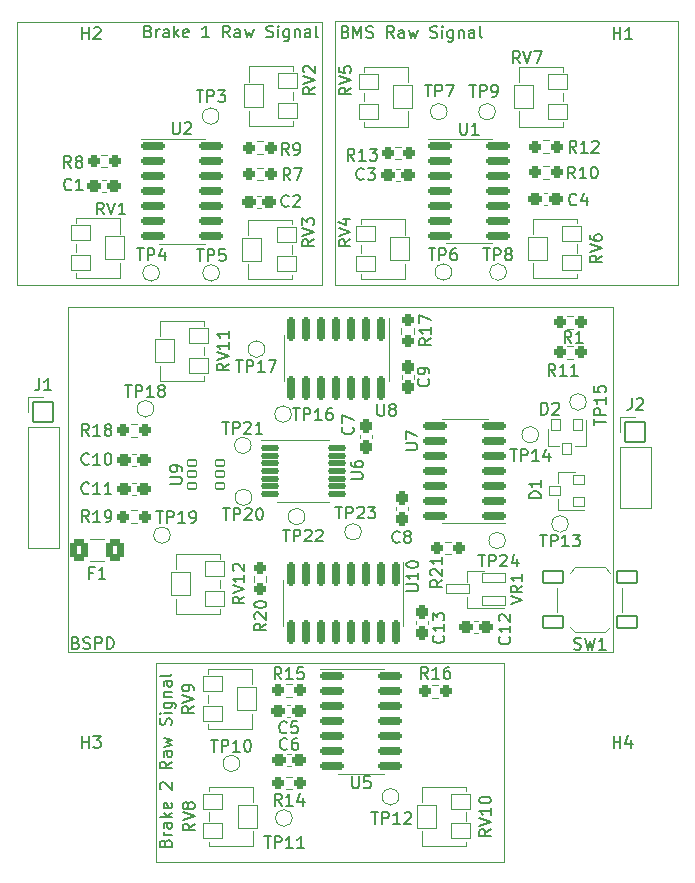
<source format=gto>
G04 #@! TF.GenerationSoftware,KiCad,Pcbnew,(6.0.2)*
G04 #@! TF.CreationDate,2022-02-21T10:35:24-06:00*
G04 #@! TF.ProjectId,20-ELC-2-01-R2(Appetizer),32302d45-4c43-42d3-922d-30312d523228,v1*
G04 #@! TF.SameCoordinates,Original*
G04 #@! TF.FileFunction,Legend,Top*
G04 #@! TF.FilePolarity,Positive*
%FSLAX46Y46*%
G04 Gerber Fmt 4.6, Leading zero omitted, Abs format (unit mm)*
G04 Created by KiCad (PCBNEW (6.0.2)) date 2022-02-21 10:35:24*
%MOMM*%
%LPD*%
G01*
G04 APERTURE LIST*
G04 Aperture macros list*
%AMRoundRect*
0 Rectangle with rounded corners*
0 $1 Rounding radius*
0 $2 $3 $4 $5 $6 $7 $8 $9 X,Y pos of 4 corners*
0 Add a 4 corners polygon primitive as box body*
4,1,4,$2,$3,$4,$5,$6,$7,$8,$9,$2,$3,0*
0 Add four circle primitives for the rounded corners*
1,1,$1+$1,$2,$3*
1,1,$1+$1,$4,$5*
1,1,$1+$1,$6,$7*
1,1,$1+$1,$8,$9*
0 Add four rect primitives between the rounded corners*
20,1,$1+$1,$2,$3,$4,$5,0*
20,1,$1+$1,$4,$5,$6,$7,0*
20,1,$1+$1,$6,$7,$8,$9,0*
20,1,$1+$1,$8,$9,$2,$3,0*%
G04 Aperture macros list end*
%ADD10C,0.050000*%
%ADD11C,0.150000*%
%ADD12C,0.120000*%
%ADD13C,1.102000*%
%ADD14RoundRect,0.288500X-0.237500X0.250000X-0.237500X-0.250000X0.237500X-0.250000X0.237500X0.250000X0*%
%ADD15RoundRect,0.051000X-0.800000X0.650000X-0.800000X-0.650000X0.800000X-0.650000X0.800000X0.650000X0*%
%ADD16RoundRect,0.051000X-0.800000X1.000000X-0.800000X-1.000000X0.800000X-1.000000X0.800000X1.000000X0*%
%ADD17RoundRect,0.288500X-0.250000X-0.237500X0.250000X-0.237500X0.250000X0.237500X-0.250000X0.237500X0*%
%ADD18RoundRect,0.051000X0.800000X-0.650000X0.800000X0.650000X-0.800000X0.650000X-0.800000X-0.650000X0*%
%ADD19RoundRect,0.051000X0.800000X-1.000000X0.800000X1.000000X-0.800000X1.000000X-0.800000X-1.000000X0*%
%ADD20RoundRect,0.288500X0.250000X0.237500X-0.250000X0.237500X-0.250000X-0.237500X0.250000X-0.237500X0*%
%ADD21RoundRect,0.301000X0.462500X0.625000X-0.462500X0.625000X-0.462500X-0.625000X0.462500X-0.625000X0*%
%ADD22RoundRect,0.288500X0.300000X0.237500X-0.300000X0.237500X-0.300000X-0.237500X0.300000X-0.237500X0*%
%ADD23RoundRect,0.051000X0.450000X0.400000X-0.450000X0.400000X-0.450000X-0.400000X0.450000X-0.400000X0*%
%ADD24RoundRect,0.288500X0.237500X-0.300000X0.237500X0.300000X-0.237500X0.300000X-0.237500X-0.300000X0*%
%ADD25C,4.202000*%
%ADD26C,7.502000*%
%ADD27RoundRect,0.051000X-0.400000X0.450000X-0.400000X-0.450000X0.400000X-0.450000X0.400000X0.450000X0*%
%ADD28RoundRect,0.288500X-0.300000X-0.237500X0.300000X-0.237500X0.300000X0.237500X-0.300000X0.237500X0*%
%ADD29RoundRect,0.051000X0.950000X0.400000X-0.950000X0.400000X-0.950000X-0.400000X0.950000X-0.400000X0*%
%ADD30RoundRect,0.201000X0.825000X0.150000X-0.825000X0.150000X-0.825000X-0.150000X0.825000X-0.150000X0*%
%ADD31RoundRect,0.201000X-0.825000X-0.150000X0.825000X-0.150000X0.825000X0.150000X-0.825000X0.150000X0*%
%ADD32RoundRect,0.201000X-0.150000X0.825000X-0.150000X-0.825000X0.150000X-0.825000X0.150000X0.825000X0*%
%ADD33RoundRect,0.051000X-0.850000X-0.850000X0.850000X-0.850000X0.850000X0.850000X-0.850000X0.850000X0*%
%ADD34O,1.802000X1.802000*%
%ADD35RoundRect,0.051000X0.850000X0.500000X-0.850000X0.500000X-0.850000X-0.500000X0.850000X-0.500000X0*%
%ADD36RoundRect,0.051000X-0.350000X0.250000X-0.350000X-0.250000X0.350000X-0.250000X0.350000X0.250000X0*%
%ADD37RoundRect,0.051000X0.350000X-0.250000X0.350000X0.250000X-0.350000X0.250000X-0.350000X-0.250000X0*%
%ADD38RoundRect,0.151000X-0.637500X-0.100000X0.637500X-0.100000X0.637500X0.100000X-0.637500X0.100000X0*%
G04 APERTURE END LIST*
D10*
X164693600Y-53238400D02*
X135649000Y-53238400D01*
X108712000Y-75590400D02*
X134506000Y-75565000D01*
X164693600Y-75568000D02*
X164693600Y-53238400D01*
X120497600Y-124396500D02*
X149961600Y-124396500D01*
X135649000Y-53238400D02*
X135649000Y-75568000D01*
X113030000Y-77470000D02*
X113030000Y-106680000D01*
X134506000Y-75565000D02*
X134518400Y-53289200D01*
X135649000Y-75568000D02*
X164693600Y-75568000D01*
X149961600Y-124396500D02*
X149961600Y-107569000D01*
X134506000Y-53289200D02*
X108712000Y-53289200D01*
X108712000Y-53289200D02*
X108712000Y-75590400D01*
X120497600Y-107569000D02*
X120497600Y-124396500D01*
X159194500Y-106680000D02*
X159194500Y-77470000D01*
X159194500Y-77470000D02*
X113030000Y-77470000D01*
X149961600Y-107569000D02*
X120497600Y-107569000D01*
X113030000Y-106680000D02*
X159194500Y-106680000D01*
D11*
X119844419Y-54081371D02*
X119987276Y-54128990D01*
X120034895Y-54176609D01*
X120082514Y-54271847D01*
X120082514Y-54414704D01*
X120034895Y-54509942D01*
X119987276Y-54557561D01*
X119892038Y-54605180D01*
X119511085Y-54605180D01*
X119511085Y-53605180D01*
X119844419Y-53605180D01*
X119939657Y-53652800D01*
X119987276Y-53700419D01*
X120034895Y-53795657D01*
X120034895Y-53890895D01*
X119987276Y-53986133D01*
X119939657Y-54033752D01*
X119844419Y-54081371D01*
X119511085Y-54081371D01*
X120511085Y-54605180D02*
X120511085Y-53938514D01*
X120511085Y-54128990D02*
X120558704Y-54033752D01*
X120606323Y-53986133D01*
X120701561Y-53938514D01*
X120796800Y-53938514D01*
X121558704Y-54605180D02*
X121558704Y-54081371D01*
X121511085Y-53986133D01*
X121415847Y-53938514D01*
X121225371Y-53938514D01*
X121130133Y-53986133D01*
X121558704Y-54557561D02*
X121463466Y-54605180D01*
X121225371Y-54605180D01*
X121130133Y-54557561D01*
X121082514Y-54462323D01*
X121082514Y-54367085D01*
X121130133Y-54271847D01*
X121225371Y-54224228D01*
X121463466Y-54224228D01*
X121558704Y-54176609D01*
X122034895Y-54605180D02*
X122034895Y-53605180D01*
X122130133Y-54224228D02*
X122415847Y-54605180D01*
X122415847Y-53938514D02*
X122034895Y-54319466D01*
X123225371Y-54557561D02*
X123130133Y-54605180D01*
X122939657Y-54605180D01*
X122844419Y-54557561D01*
X122796800Y-54462323D01*
X122796800Y-54081371D01*
X122844419Y-53986133D01*
X122939657Y-53938514D01*
X123130133Y-53938514D01*
X123225371Y-53986133D01*
X123272990Y-54081371D01*
X123272990Y-54176609D01*
X122796800Y-54271847D01*
X124987276Y-54605180D02*
X124415847Y-54605180D01*
X124701561Y-54605180D02*
X124701561Y-53605180D01*
X124606323Y-53748038D01*
X124511085Y-53843276D01*
X124415847Y-53890895D01*
X126749180Y-54605180D02*
X126415847Y-54128990D01*
X126177752Y-54605180D02*
X126177752Y-53605180D01*
X126558704Y-53605180D01*
X126653942Y-53652800D01*
X126701561Y-53700419D01*
X126749180Y-53795657D01*
X126749180Y-53938514D01*
X126701561Y-54033752D01*
X126653942Y-54081371D01*
X126558704Y-54128990D01*
X126177752Y-54128990D01*
X127606323Y-54605180D02*
X127606323Y-54081371D01*
X127558704Y-53986133D01*
X127463466Y-53938514D01*
X127272990Y-53938514D01*
X127177752Y-53986133D01*
X127606323Y-54557561D02*
X127511085Y-54605180D01*
X127272990Y-54605180D01*
X127177752Y-54557561D01*
X127130133Y-54462323D01*
X127130133Y-54367085D01*
X127177752Y-54271847D01*
X127272990Y-54224228D01*
X127511085Y-54224228D01*
X127606323Y-54176609D01*
X127987276Y-53938514D02*
X128177752Y-54605180D01*
X128368228Y-54128990D01*
X128558704Y-54605180D01*
X128749180Y-53938514D01*
X129844419Y-54557561D02*
X129987276Y-54605180D01*
X130225371Y-54605180D01*
X130320609Y-54557561D01*
X130368228Y-54509942D01*
X130415847Y-54414704D01*
X130415847Y-54319466D01*
X130368228Y-54224228D01*
X130320609Y-54176609D01*
X130225371Y-54128990D01*
X130034895Y-54081371D01*
X129939657Y-54033752D01*
X129892038Y-53986133D01*
X129844419Y-53890895D01*
X129844419Y-53795657D01*
X129892038Y-53700419D01*
X129939657Y-53652800D01*
X130034895Y-53605180D01*
X130272990Y-53605180D01*
X130415847Y-53652800D01*
X130844419Y-54605180D02*
X130844419Y-53938514D01*
X130844419Y-53605180D02*
X130796800Y-53652800D01*
X130844419Y-53700419D01*
X130892038Y-53652800D01*
X130844419Y-53605180D01*
X130844419Y-53700419D01*
X131749180Y-53938514D02*
X131749180Y-54748038D01*
X131701561Y-54843276D01*
X131653942Y-54890895D01*
X131558704Y-54938514D01*
X131415847Y-54938514D01*
X131320609Y-54890895D01*
X131749180Y-54557561D02*
X131653942Y-54605180D01*
X131463466Y-54605180D01*
X131368228Y-54557561D01*
X131320609Y-54509942D01*
X131272990Y-54414704D01*
X131272990Y-54128990D01*
X131320609Y-54033752D01*
X131368228Y-53986133D01*
X131463466Y-53938514D01*
X131653942Y-53938514D01*
X131749180Y-53986133D01*
X132225371Y-53938514D02*
X132225371Y-54605180D01*
X132225371Y-54033752D02*
X132272990Y-53986133D01*
X132368228Y-53938514D01*
X132511085Y-53938514D01*
X132606323Y-53986133D01*
X132653942Y-54081371D01*
X132653942Y-54605180D01*
X133558704Y-54605180D02*
X133558704Y-54081371D01*
X133511085Y-53986133D01*
X133415847Y-53938514D01*
X133225371Y-53938514D01*
X133130133Y-53986133D01*
X133558704Y-54557561D02*
X133463466Y-54605180D01*
X133225371Y-54605180D01*
X133130133Y-54557561D01*
X133082514Y-54462323D01*
X133082514Y-54367085D01*
X133130133Y-54271847D01*
X133225371Y-54224228D01*
X133463466Y-54224228D01*
X133558704Y-54176609D01*
X134177752Y-54605180D02*
X134082514Y-54557561D01*
X134034895Y-54462323D01*
X134034895Y-53605180D01*
X121289771Y-122827180D02*
X121337390Y-122684323D01*
X121385009Y-122636704D01*
X121480247Y-122589085D01*
X121623104Y-122589085D01*
X121718342Y-122636704D01*
X121765961Y-122684323D01*
X121813580Y-122779561D01*
X121813580Y-123160514D01*
X120813580Y-123160514D01*
X120813580Y-122827180D01*
X120861200Y-122731942D01*
X120908819Y-122684323D01*
X121004057Y-122636704D01*
X121099295Y-122636704D01*
X121194533Y-122684323D01*
X121242152Y-122731942D01*
X121289771Y-122827180D01*
X121289771Y-123160514D01*
X121813580Y-122160514D02*
X121146914Y-122160514D01*
X121337390Y-122160514D02*
X121242152Y-122112895D01*
X121194533Y-122065276D01*
X121146914Y-121970038D01*
X121146914Y-121874800D01*
X121813580Y-121112895D02*
X121289771Y-121112895D01*
X121194533Y-121160514D01*
X121146914Y-121255752D01*
X121146914Y-121446228D01*
X121194533Y-121541466D01*
X121765961Y-121112895D02*
X121813580Y-121208133D01*
X121813580Y-121446228D01*
X121765961Y-121541466D01*
X121670723Y-121589085D01*
X121575485Y-121589085D01*
X121480247Y-121541466D01*
X121432628Y-121446228D01*
X121432628Y-121208133D01*
X121385009Y-121112895D01*
X121813580Y-120636704D02*
X120813580Y-120636704D01*
X121432628Y-120541466D02*
X121813580Y-120255752D01*
X121146914Y-120255752D02*
X121527866Y-120636704D01*
X121765961Y-119446228D02*
X121813580Y-119541466D01*
X121813580Y-119731942D01*
X121765961Y-119827180D01*
X121670723Y-119874800D01*
X121289771Y-119874800D01*
X121194533Y-119827180D01*
X121146914Y-119731942D01*
X121146914Y-119541466D01*
X121194533Y-119446228D01*
X121289771Y-119398609D01*
X121385009Y-119398609D01*
X121480247Y-119874800D01*
X120908819Y-118255752D02*
X120861200Y-118208133D01*
X120813580Y-118112895D01*
X120813580Y-117874800D01*
X120861200Y-117779561D01*
X120908819Y-117731942D01*
X121004057Y-117684323D01*
X121099295Y-117684323D01*
X121242152Y-117731942D01*
X121813580Y-118303371D01*
X121813580Y-117684323D01*
X121813580Y-115922419D02*
X121337390Y-116255752D01*
X121813580Y-116493847D02*
X120813580Y-116493847D01*
X120813580Y-116112895D01*
X120861200Y-116017657D01*
X120908819Y-115970038D01*
X121004057Y-115922419D01*
X121146914Y-115922419D01*
X121242152Y-115970038D01*
X121289771Y-116017657D01*
X121337390Y-116112895D01*
X121337390Y-116493847D01*
X121813580Y-115065276D02*
X121289771Y-115065276D01*
X121194533Y-115112895D01*
X121146914Y-115208133D01*
X121146914Y-115398609D01*
X121194533Y-115493847D01*
X121765961Y-115065276D02*
X121813580Y-115160514D01*
X121813580Y-115398609D01*
X121765961Y-115493847D01*
X121670723Y-115541466D01*
X121575485Y-115541466D01*
X121480247Y-115493847D01*
X121432628Y-115398609D01*
X121432628Y-115160514D01*
X121385009Y-115065276D01*
X121146914Y-114684323D02*
X121813580Y-114493847D01*
X121337390Y-114303371D01*
X121813580Y-114112895D01*
X121146914Y-113922419D01*
X121765961Y-112827180D02*
X121813580Y-112684323D01*
X121813580Y-112446228D01*
X121765961Y-112350990D01*
X121718342Y-112303371D01*
X121623104Y-112255752D01*
X121527866Y-112255752D01*
X121432628Y-112303371D01*
X121385009Y-112350990D01*
X121337390Y-112446228D01*
X121289771Y-112636704D01*
X121242152Y-112731942D01*
X121194533Y-112779561D01*
X121099295Y-112827180D01*
X121004057Y-112827180D01*
X120908819Y-112779561D01*
X120861200Y-112731942D01*
X120813580Y-112636704D01*
X120813580Y-112398609D01*
X120861200Y-112255752D01*
X121813580Y-111827180D02*
X121146914Y-111827180D01*
X120813580Y-111827180D02*
X120861200Y-111874800D01*
X120908819Y-111827180D01*
X120861200Y-111779561D01*
X120813580Y-111827180D01*
X120908819Y-111827180D01*
X121146914Y-110922419D02*
X121956438Y-110922419D01*
X122051676Y-110970038D01*
X122099295Y-111017657D01*
X122146914Y-111112895D01*
X122146914Y-111255752D01*
X122099295Y-111350990D01*
X121765961Y-110922419D02*
X121813580Y-111017657D01*
X121813580Y-111208133D01*
X121765961Y-111303371D01*
X121718342Y-111350990D01*
X121623104Y-111398609D01*
X121337390Y-111398609D01*
X121242152Y-111350990D01*
X121194533Y-111303371D01*
X121146914Y-111208133D01*
X121146914Y-111017657D01*
X121194533Y-110922419D01*
X121146914Y-110446228D02*
X121813580Y-110446228D01*
X121242152Y-110446228D02*
X121194533Y-110398609D01*
X121146914Y-110303371D01*
X121146914Y-110160514D01*
X121194533Y-110065276D01*
X121289771Y-110017657D01*
X121813580Y-110017657D01*
X121813580Y-109112895D02*
X121289771Y-109112895D01*
X121194533Y-109160514D01*
X121146914Y-109255752D01*
X121146914Y-109446228D01*
X121194533Y-109541466D01*
X121765961Y-109112895D02*
X121813580Y-109208133D01*
X121813580Y-109446228D01*
X121765961Y-109541466D01*
X121670723Y-109589085D01*
X121575485Y-109589085D01*
X121480247Y-109541466D01*
X121432628Y-109446228D01*
X121432628Y-109208133D01*
X121385009Y-109112895D01*
X121813580Y-108493847D02*
X121765961Y-108589085D01*
X121670723Y-108636704D01*
X120813580Y-108636704D01*
X136539980Y-54132171D02*
X136682838Y-54179790D01*
X136730457Y-54227409D01*
X136778076Y-54322647D01*
X136778076Y-54465504D01*
X136730457Y-54560742D01*
X136682838Y-54608361D01*
X136587600Y-54655980D01*
X136206647Y-54655980D01*
X136206647Y-53655980D01*
X136539980Y-53655980D01*
X136635219Y-53703600D01*
X136682838Y-53751219D01*
X136730457Y-53846457D01*
X136730457Y-53941695D01*
X136682838Y-54036933D01*
X136635219Y-54084552D01*
X136539980Y-54132171D01*
X136206647Y-54132171D01*
X137206647Y-54655980D02*
X137206647Y-53655980D01*
X137539980Y-54370266D01*
X137873314Y-53655980D01*
X137873314Y-54655980D01*
X138301885Y-54608361D02*
X138444742Y-54655980D01*
X138682838Y-54655980D01*
X138778076Y-54608361D01*
X138825695Y-54560742D01*
X138873314Y-54465504D01*
X138873314Y-54370266D01*
X138825695Y-54275028D01*
X138778076Y-54227409D01*
X138682838Y-54179790D01*
X138492361Y-54132171D01*
X138397123Y-54084552D01*
X138349504Y-54036933D01*
X138301885Y-53941695D01*
X138301885Y-53846457D01*
X138349504Y-53751219D01*
X138397123Y-53703600D01*
X138492361Y-53655980D01*
X138730457Y-53655980D01*
X138873314Y-53703600D01*
X140635219Y-54655980D02*
X140301885Y-54179790D01*
X140063790Y-54655980D02*
X140063790Y-53655980D01*
X140444742Y-53655980D01*
X140539980Y-53703600D01*
X140587600Y-53751219D01*
X140635219Y-53846457D01*
X140635219Y-53989314D01*
X140587600Y-54084552D01*
X140539980Y-54132171D01*
X140444742Y-54179790D01*
X140063790Y-54179790D01*
X141492361Y-54655980D02*
X141492361Y-54132171D01*
X141444742Y-54036933D01*
X141349504Y-53989314D01*
X141159028Y-53989314D01*
X141063790Y-54036933D01*
X141492361Y-54608361D02*
X141397123Y-54655980D01*
X141159028Y-54655980D01*
X141063790Y-54608361D01*
X141016171Y-54513123D01*
X141016171Y-54417885D01*
X141063790Y-54322647D01*
X141159028Y-54275028D01*
X141397123Y-54275028D01*
X141492361Y-54227409D01*
X141873314Y-53989314D02*
X142063790Y-54655980D01*
X142254266Y-54179790D01*
X142444742Y-54655980D01*
X142635219Y-53989314D01*
X143730457Y-54608361D02*
X143873314Y-54655980D01*
X144111409Y-54655980D01*
X144206647Y-54608361D01*
X144254266Y-54560742D01*
X144301885Y-54465504D01*
X144301885Y-54370266D01*
X144254266Y-54275028D01*
X144206647Y-54227409D01*
X144111409Y-54179790D01*
X143920933Y-54132171D01*
X143825695Y-54084552D01*
X143778076Y-54036933D01*
X143730457Y-53941695D01*
X143730457Y-53846457D01*
X143778076Y-53751219D01*
X143825695Y-53703600D01*
X143920933Y-53655980D01*
X144159028Y-53655980D01*
X144301885Y-53703600D01*
X144730457Y-54655980D02*
X144730457Y-53989314D01*
X144730457Y-53655980D02*
X144682838Y-53703600D01*
X144730457Y-53751219D01*
X144778076Y-53703600D01*
X144730457Y-53655980D01*
X144730457Y-53751219D01*
X145635219Y-53989314D02*
X145635219Y-54798838D01*
X145587600Y-54894076D01*
X145539980Y-54941695D01*
X145444742Y-54989314D01*
X145301885Y-54989314D01*
X145206647Y-54941695D01*
X145635219Y-54608361D02*
X145539980Y-54655980D01*
X145349504Y-54655980D01*
X145254266Y-54608361D01*
X145206647Y-54560742D01*
X145159028Y-54465504D01*
X145159028Y-54179790D01*
X145206647Y-54084552D01*
X145254266Y-54036933D01*
X145349504Y-53989314D01*
X145539980Y-53989314D01*
X145635219Y-54036933D01*
X146111409Y-53989314D02*
X146111409Y-54655980D01*
X146111409Y-54084552D02*
X146159028Y-54036933D01*
X146254266Y-53989314D01*
X146397123Y-53989314D01*
X146492361Y-54036933D01*
X146539980Y-54132171D01*
X146539980Y-54655980D01*
X147444742Y-54655980D02*
X147444742Y-54132171D01*
X147397123Y-54036933D01*
X147301885Y-53989314D01*
X147111409Y-53989314D01*
X147016171Y-54036933D01*
X147444742Y-54608361D02*
X147349504Y-54655980D01*
X147111409Y-54655980D01*
X147016171Y-54608361D01*
X146968552Y-54513123D01*
X146968552Y-54417885D01*
X147016171Y-54322647D01*
X147111409Y-54275028D01*
X147349504Y-54275028D01*
X147444742Y-54227409D01*
X148063790Y-54655980D02*
X147968552Y-54608361D01*
X147920933Y-54513123D01*
X147920933Y-53655980D01*
X113720738Y-105846571D02*
X113863595Y-105894190D01*
X113911214Y-105941809D01*
X113958833Y-106037047D01*
X113958833Y-106179904D01*
X113911214Y-106275142D01*
X113863595Y-106322761D01*
X113768357Y-106370380D01*
X113387404Y-106370380D01*
X113387404Y-105370380D01*
X113720738Y-105370380D01*
X113815976Y-105418000D01*
X113863595Y-105465619D01*
X113911214Y-105560857D01*
X113911214Y-105656095D01*
X113863595Y-105751333D01*
X113815976Y-105798952D01*
X113720738Y-105846571D01*
X113387404Y-105846571D01*
X114339785Y-106322761D02*
X114482642Y-106370380D01*
X114720738Y-106370380D01*
X114815976Y-106322761D01*
X114863595Y-106275142D01*
X114911214Y-106179904D01*
X114911214Y-106084666D01*
X114863595Y-105989428D01*
X114815976Y-105941809D01*
X114720738Y-105894190D01*
X114530261Y-105846571D01*
X114435023Y-105798952D01*
X114387404Y-105751333D01*
X114339785Y-105656095D01*
X114339785Y-105560857D01*
X114387404Y-105465619D01*
X114435023Y-105418000D01*
X114530261Y-105370380D01*
X114768357Y-105370380D01*
X114911214Y-105418000D01*
X115339785Y-106370380D02*
X115339785Y-105370380D01*
X115720738Y-105370380D01*
X115815976Y-105418000D01*
X115863595Y-105465619D01*
X115911214Y-105560857D01*
X115911214Y-105703714D01*
X115863595Y-105798952D01*
X115815976Y-105846571D01*
X115720738Y-105894190D01*
X115339785Y-105894190D01*
X116339785Y-106370380D02*
X116339785Y-105370380D01*
X116577880Y-105370380D01*
X116720738Y-105418000D01*
X116815976Y-105513238D01*
X116863595Y-105608476D01*
X116911214Y-105798952D01*
X116911214Y-105941809D01*
X116863595Y-106132285D01*
X116815976Y-106227523D01*
X116720738Y-106322761D01*
X116577880Y-106370380D01*
X116339785Y-106370380D01*
X157567380Y-87463095D02*
X157567380Y-86891666D01*
X158567380Y-87177380D02*
X157567380Y-87177380D01*
X158567380Y-86558333D02*
X157567380Y-86558333D01*
X157567380Y-86177380D01*
X157615000Y-86082142D01*
X157662619Y-86034523D01*
X157757857Y-85986904D01*
X157900714Y-85986904D01*
X157995952Y-86034523D01*
X158043571Y-86082142D01*
X158091190Y-86177380D01*
X158091190Y-86558333D01*
X158567380Y-85034523D02*
X158567380Y-85605952D01*
X158567380Y-85320238D02*
X157567380Y-85320238D01*
X157710238Y-85415476D01*
X157805476Y-85510714D01*
X157853095Y-85605952D01*
X157567380Y-84129761D02*
X157567380Y-84605952D01*
X158043571Y-84653571D01*
X157995952Y-84605952D01*
X157948333Y-84510714D01*
X157948333Y-84272619D01*
X157995952Y-84177380D01*
X158043571Y-84129761D01*
X158138809Y-84082142D01*
X158376904Y-84082142D01*
X158472142Y-84129761D01*
X158519761Y-84177380D01*
X158567380Y-84272619D01*
X158567380Y-84510714D01*
X158519761Y-84605952D01*
X158472142Y-84653571D01*
X143248895Y-58598780D02*
X143820323Y-58598780D01*
X143534609Y-59598780D02*
X143534609Y-58598780D01*
X144153657Y-59598780D02*
X144153657Y-58598780D01*
X144534609Y-58598780D01*
X144629847Y-58646400D01*
X144677466Y-58694019D01*
X144725085Y-58789257D01*
X144725085Y-58932114D01*
X144677466Y-59027352D01*
X144629847Y-59074971D01*
X144534609Y-59122590D01*
X144153657Y-59122590D01*
X145058419Y-58598780D02*
X145725085Y-58598780D01*
X145296514Y-59598780D01*
X120511904Y-94702380D02*
X121083333Y-94702380D01*
X120797619Y-95702380D02*
X120797619Y-94702380D01*
X121416666Y-95702380D02*
X121416666Y-94702380D01*
X121797619Y-94702380D01*
X121892857Y-94750000D01*
X121940476Y-94797619D01*
X121988095Y-94892857D01*
X121988095Y-95035714D01*
X121940476Y-95130952D01*
X121892857Y-95178571D01*
X121797619Y-95226190D01*
X121416666Y-95226190D01*
X122940476Y-95702380D02*
X122369047Y-95702380D01*
X122654761Y-95702380D02*
X122654761Y-94702380D01*
X122559523Y-94845238D01*
X122464285Y-94940476D01*
X122369047Y-94988095D01*
X123416666Y-95702380D02*
X123607142Y-95702380D01*
X123702380Y-95654761D01*
X123750000Y-95607142D01*
X123845238Y-95464285D01*
X123892857Y-95273809D01*
X123892857Y-94892857D01*
X123845238Y-94797619D01*
X123797619Y-94750000D01*
X123702380Y-94702380D01*
X123511904Y-94702380D01*
X123416666Y-94750000D01*
X123369047Y-94797619D01*
X123321428Y-94892857D01*
X123321428Y-95130952D01*
X123369047Y-95226190D01*
X123416666Y-95273809D01*
X123511904Y-95321428D01*
X123702380Y-95321428D01*
X123797619Y-95273809D01*
X123845238Y-95226190D01*
X123892857Y-95130952D01*
X117861904Y-84054380D02*
X118433333Y-84054380D01*
X118147619Y-85054380D02*
X118147619Y-84054380D01*
X118766666Y-85054380D02*
X118766666Y-84054380D01*
X119147619Y-84054380D01*
X119242857Y-84102000D01*
X119290476Y-84149619D01*
X119338095Y-84244857D01*
X119338095Y-84387714D01*
X119290476Y-84482952D01*
X119242857Y-84530571D01*
X119147619Y-84578190D01*
X118766666Y-84578190D01*
X120290476Y-85054380D02*
X119719047Y-85054380D01*
X120004761Y-85054380D02*
X120004761Y-84054380D01*
X119909523Y-84197238D01*
X119814285Y-84292476D01*
X119719047Y-84340095D01*
X120861904Y-84482952D02*
X120766666Y-84435333D01*
X120719047Y-84387714D01*
X120671428Y-84292476D01*
X120671428Y-84244857D01*
X120719047Y-84149619D01*
X120766666Y-84102000D01*
X120861904Y-84054380D01*
X121052380Y-84054380D01*
X121147619Y-84102000D01*
X121195238Y-84149619D01*
X121242857Y-84244857D01*
X121242857Y-84292476D01*
X121195238Y-84387714D01*
X121147619Y-84435333D01*
X121052380Y-84482952D01*
X120861904Y-84482952D01*
X120766666Y-84530571D01*
X120719047Y-84578190D01*
X120671428Y-84673428D01*
X120671428Y-84863904D01*
X120719047Y-84959142D01*
X120766666Y-85006761D01*
X120861904Y-85054380D01*
X121052380Y-85054380D01*
X121147619Y-85006761D01*
X121195238Y-84959142D01*
X121242857Y-84863904D01*
X121242857Y-84673428D01*
X121195238Y-84578190D01*
X121147619Y-84530571D01*
X121052380Y-84482952D01*
X129650404Y-122247880D02*
X130221833Y-122247880D01*
X129936119Y-123247880D02*
X129936119Y-122247880D01*
X130555166Y-123247880D02*
X130555166Y-122247880D01*
X130936119Y-122247880D01*
X131031357Y-122295500D01*
X131078976Y-122343119D01*
X131126595Y-122438357D01*
X131126595Y-122581214D01*
X131078976Y-122676452D01*
X131031357Y-122724071D01*
X130936119Y-122771690D01*
X130555166Y-122771690D01*
X132078976Y-123247880D02*
X131507547Y-123247880D01*
X131793261Y-123247880D02*
X131793261Y-122247880D01*
X131698023Y-122390738D01*
X131602785Y-122485976D01*
X131507547Y-122533595D01*
X133031357Y-123247880D02*
X132459928Y-123247880D01*
X132745642Y-123247880D02*
X132745642Y-122247880D01*
X132650404Y-122390738D01*
X132555166Y-122485976D01*
X132459928Y-122533595D01*
X123960095Y-72540880D02*
X124531523Y-72540880D01*
X124245809Y-73540880D02*
X124245809Y-72540880D01*
X124864857Y-73540880D02*
X124864857Y-72540880D01*
X125245809Y-72540880D01*
X125341047Y-72588500D01*
X125388666Y-72636119D01*
X125436285Y-72731357D01*
X125436285Y-72874214D01*
X125388666Y-72969452D01*
X125341047Y-73017071D01*
X125245809Y-73064690D01*
X124864857Y-73064690D01*
X126341047Y-72540880D02*
X125864857Y-72540880D01*
X125817238Y-73017071D01*
X125864857Y-72969452D01*
X125960095Y-72921833D01*
X126198190Y-72921833D01*
X126293428Y-72969452D01*
X126341047Y-73017071D01*
X126388666Y-73112309D01*
X126388666Y-73350404D01*
X126341047Y-73445642D01*
X126293428Y-73493261D01*
X126198190Y-73540880D01*
X125960095Y-73540880D01*
X125864857Y-73493261D01*
X125817238Y-73445642D01*
X138738904Y-120193880D02*
X139310333Y-120193880D01*
X139024619Y-121193880D02*
X139024619Y-120193880D01*
X139643666Y-121193880D02*
X139643666Y-120193880D01*
X140024619Y-120193880D01*
X140119857Y-120241500D01*
X140167476Y-120289119D01*
X140215095Y-120384357D01*
X140215095Y-120527214D01*
X140167476Y-120622452D01*
X140119857Y-120670071D01*
X140024619Y-120717690D01*
X139643666Y-120717690D01*
X141167476Y-121193880D02*
X140596047Y-121193880D01*
X140881761Y-121193880D02*
X140881761Y-120193880D01*
X140786523Y-120336738D01*
X140691285Y-120431976D01*
X140596047Y-120479595D01*
X141548428Y-120289119D02*
X141596047Y-120241500D01*
X141691285Y-120193880D01*
X141929380Y-120193880D01*
X142024619Y-120241500D01*
X142072238Y-120289119D01*
X142119857Y-120384357D01*
X142119857Y-120479595D01*
X142072238Y-120622452D01*
X141500809Y-121193880D01*
X142119857Y-121193880D01*
X147009095Y-58625180D02*
X147580523Y-58625180D01*
X147294809Y-59625180D02*
X147294809Y-58625180D01*
X147913857Y-59625180D02*
X147913857Y-58625180D01*
X148294809Y-58625180D01*
X148390047Y-58672800D01*
X148437666Y-58720419D01*
X148485285Y-58815657D01*
X148485285Y-58958514D01*
X148437666Y-59053752D01*
X148390047Y-59101371D01*
X148294809Y-59148990D01*
X147913857Y-59148990D01*
X148961476Y-59625180D02*
X149151952Y-59625180D01*
X149247190Y-59577561D01*
X149294809Y-59529942D01*
X149390047Y-59387085D01*
X149437666Y-59196609D01*
X149437666Y-58815657D01*
X149390047Y-58720419D01*
X149342428Y-58672800D01*
X149247190Y-58625180D01*
X149056714Y-58625180D01*
X148961476Y-58672800D01*
X148913857Y-58720419D01*
X148866238Y-58815657D01*
X148866238Y-59053752D01*
X148913857Y-59148990D01*
X148961476Y-59196609D01*
X149056714Y-59244228D01*
X149247190Y-59244228D01*
X149342428Y-59196609D01*
X149390047Y-59148990D01*
X149437666Y-59053752D01*
X148191695Y-72477180D02*
X148763123Y-72477180D01*
X148477409Y-73477180D02*
X148477409Y-72477180D01*
X149096457Y-73477180D02*
X149096457Y-72477180D01*
X149477409Y-72477180D01*
X149572647Y-72524800D01*
X149620266Y-72572419D01*
X149667885Y-72667657D01*
X149667885Y-72810514D01*
X149620266Y-72905752D01*
X149572647Y-72953371D01*
X149477409Y-73000990D01*
X149096457Y-73000990D01*
X150239314Y-72905752D02*
X150144076Y-72858133D01*
X150096457Y-72810514D01*
X150048838Y-72715276D01*
X150048838Y-72667657D01*
X150096457Y-72572419D01*
X150144076Y-72524800D01*
X150239314Y-72477180D01*
X150429790Y-72477180D01*
X150525028Y-72524800D01*
X150572647Y-72572419D01*
X150620266Y-72667657D01*
X150620266Y-72715276D01*
X150572647Y-72810514D01*
X150525028Y-72858133D01*
X150429790Y-72905752D01*
X150239314Y-72905752D01*
X150144076Y-72953371D01*
X150096457Y-73000990D01*
X150048838Y-73096228D01*
X150048838Y-73286704D01*
X150096457Y-73381942D01*
X150144076Y-73429561D01*
X150239314Y-73477180D01*
X150429790Y-73477180D01*
X150525028Y-73429561D01*
X150572647Y-73381942D01*
X150620266Y-73286704D01*
X150620266Y-73096228D01*
X150572647Y-73000990D01*
X150525028Y-72953371D01*
X150429790Y-72905752D01*
X147786904Y-98402380D02*
X148358333Y-98402380D01*
X148072619Y-99402380D02*
X148072619Y-98402380D01*
X148691666Y-99402380D02*
X148691666Y-98402380D01*
X149072619Y-98402380D01*
X149167857Y-98450000D01*
X149215476Y-98497619D01*
X149263095Y-98592857D01*
X149263095Y-98735714D01*
X149215476Y-98830952D01*
X149167857Y-98878571D01*
X149072619Y-98926190D01*
X148691666Y-98926190D01*
X149644047Y-98497619D02*
X149691666Y-98450000D01*
X149786904Y-98402380D01*
X150025000Y-98402380D01*
X150120238Y-98450000D01*
X150167857Y-98497619D01*
X150215476Y-98592857D01*
X150215476Y-98688095D01*
X150167857Y-98830952D01*
X149596428Y-99402380D01*
X150215476Y-99402380D01*
X151072619Y-98735714D02*
X151072619Y-99402380D01*
X150834523Y-98354761D02*
X150596428Y-99069047D01*
X151215476Y-99069047D01*
X132086904Y-86002380D02*
X132658333Y-86002380D01*
X132372619Y-87002380D02*
X132372619Y-86002380D01*
X132991666Y-87002380D02*
X132991666Y-86002380D01*
X133372619Y-86002380D01*
X133467857Y-86050000D01*
X133515476Y-86097619D01*
X133563095Y-86192857D01*
X133563095Y-86335714D01*
X133515476Y-86430952D01*
X133467857Y-86478571D01*
X133372619Y-86526190D01*
X132991666Y-86526190D01*
X134515476Y-87002380D02*
X133944047Y-87002380D01*
X134229761Y-87002380D02*
X134229761Y-86002380D01*
X134134523Y-86145238D01*
X134039285Y-86240476D01*
X133944047Y-86288095D01*
X135372619Y-86002380D02*
X135182142Y-86002380D01*
X135086904Y-86050000D01*
X135039285Y-86097619D01*
X134944047Y-86240476D01*
X134896428Y-86430952D01*
X134896428Y-86811904D01*
X134944047Y-86907142D01*
X134991666Y-86954761D01*
X135086904Y-87002380D01*
X135277380Y-87002380D01*
X135372619Y-86954761D01*
X135420238Y-86907142D01*
X135467857Y-86811904D01*
X135467857Y-86573809D01*
X135420238Y-86478571D01*
X135372619Y-86430952D01*
X135277380Y-86383333D01*
X135086904Y-86383333D01*
X134991666Y-86430952D01*
X134944047Y-86478571D01*
X134896428Y-86573809D01*
X118880095Y-72477380D02*
X119451523Y-72477380D01*
X119165809Y-73477380D02*
X119165809Y-72477380D01*
X119784857Y-73477380D02*
X119784857Y-72477380D01*
X120165809Y-72477380D01*
X120261047Y-72525000D01*
X120308666Y-72572619D01*
X120356285Y-72667857D01*
X120356285Y-72810714D01*
X120308666Y-72905952D01*
X120261047Y-72953571D01*
X120165809Y-73001190D01*
X119784857Y-73001190D01*
X121213428Y-72810714D02*
X121213428Y-73477380D01*
X120975333Y-72429761D02*
X120737238Y-73144047D01*
X121356285Y-73144047D01*
X150487704Y-89480380D02*
X151059133Y-89480380D01*
X150773419Y-90480380D02*
X150773419Y-89480380D01*
X151392466Y-90480380D02*
X151392466Y-89480380D01*
X151773419Y-89480380D01*
X151868657Y-89528000D01*
X151916276Y-89575619D01*
X151963895Y-89670857D01*
X151963895Y-89813714D01*
X151916276Y-89908952D01*
X151868657Y-89956571D01*
X151773419Y-90004190D01*
X151392466Y-90004190D01*
X152916276Y-90480380D02*
X152344847Y-90480380D01*
X152630561Y-90480380D02*
X152630561Y-89480380D01*
X152535323Y-89623238D01*
X152440085Y-89718476D01*
X152344847Y-89766095D01*
X153773419Y-89813714D02*
X153773419Y-90480380D01*
X153535323Y-89432761D02*
X153297228Y-90147047D01*
X153916276Y-90147047D01*
X127261904Y-81927380D02*
X127833333Y-81927380D01*
X127547619Y-82927380D02*
X127547619Y-81927380D01*
X128166666Y-82927380D02*
X128166666Y-81927380D01*
X128547619Y-81927380D01*
X128642857Y-81975000D01*
X128690476Y-82022619D01*
X128738095Y-82117857D01*
X128738095Y-82260714D01*
X128690476Y-82355952D01*
X128642857Y-82403571D01*
X128547619Y-82451190D01*
X128166666Y-82451190D01*
X129690476Y-82927380D02*
X129119047Y-82927380D01*
X129404761Y-82927380D02*
X129404761Y-81927380D01*
X129309523Y-82070238D01*
X129214285Y-82165476D01*
X129119047Y-82213095D01*
X130023809Y-81927380D02*
X130690476Y-81927380D01*
X130261904Y-82927380D01*
X123926595Y-59076380D02*
X124498023Y-59076380D01*
X124212309Y-60076380D02*
X124212309Y-59076380D01*
X124831357Y-60076380D02*
X124831357Y-59076380D01*
X125212309Y-59076380D01*
X125307547Y-59124000D01*
X125355166Y-59171619D01*
X125402785Y-59266857D01*
X125402785Y-59409714D01*
X125355166Y-59504952D01*
X125307547Y-59552571D01*
X125212309Y-59600190D01*
X124831357Y-59600190D01*
X125736119Y-59076380D02*
X126355166Y-59076380D01*
X126021833Y-59457333D01*
X126164690Y-59457333D01*
X126259928Y-59504952D01*
X126307547Y-59552571D01*
X126355166Y-59647809D01*
X126355166Y-59885904D01*
X126307547Y-59981142D01*
X126259928Y-60028761D01*
X126164690Y-60076380D01*
X125878976Y-60076380D01*
X125783738Y-60028761D01*
X125736119Y-59981142D01*
X135690904Y-94339880D02*
X136262333Y-94339880D01*
X135976619Y-95339880D02*
X135976619Y-94339880D01*
X136595666Y-95339880D02*
X136595666Y-94339880D01*
X136976619Y-94339880D01*
X137071857Y-94387500D01*
X137119476Y-94435119D01*
X137167095Y-94530357D01*
X137167095Y-94673214D01*
X137119476Y-94768452D01*
X137071857Y-94816071D01*
X136976619Y-94863690D01*
X136595666Y-94863690D01*
X137548047Y-94435119D02*
X137595666Y-94387500D01*
X137690904Y-94339880D01*
X137929000Y-94339880D01*
X138024238Y-94387500D01*
X138071857Y-94435119D01*
X138119476Y-94530357D01*
X138119476Y-94625595D01*
X138071857Y-94768452D01*
X137500428Y-95339880D01*
X138119476Y-95339880D01*
X138452809Y-94339880D02*
X139071857Y-94339880D01*
X138738523Y-94720833D01*
X138881380Y-94720833D01*
X138976619Y-94768452D01*
X139024238Y-94816071D01*
X139071857Y-94911309D01*
X139071857Y-95149404D01*
X139024238Y-95244642D01*
X138976619Y-95292261D01*
X138881380Y-95339880D01*
X138595666Y-95339880D01*
X138500428Y-95292261D01*
X138452809Y-95244642D01*
X125134904Y-114082380D02*
X125706333Y-114082380D01*
X125420619Y-115082380D02*
X125420619Y-114082380D01*
X126039666Y-115082380D02*
X126039666Y-114082380D01*
X126420619Y-114082380D01*
X126515857Y-114130000D01*
X126563476Y-114177619D01*
X126611095Y-114272857D01*
X126611095Y-114415714D01*
X126563476Y-114510952D01*
X126515857Y-114558571D01*
X126420619Y-114606190D01*
X126039666Y-114606190D01*
X127563476Y-115082380D02*
X126992047Y-115082380D01*
X127277761Y-115082380D02*
X127277761Y-114082380D01*
X127182523Y-114225238D01*
X127087285Y-114320476D01*
X126992047Y-114368095D01*
X128182523Y-114082380D02*
X128277761Y-114082380D01*
X128373000Y-114130000D01*
X128420619Y-114177619D01*
X128468238Y-114272857D01*
X128515857Y-114463333D01*
X128515857Y-114701428D01*
X128468238Y-114891904D01*
X128420619Y-114987142D01*
X128373000Y-115034761D01*
X128277761Y-115082380D01*
X128182523Y-115082380D01*
X128087285Y-115034761D01*
X128039666Y-114987142D01*
X127992047Y-114891904D01*
X127944428Y-114701428D01*
X127944428Y-114463333D01*
X127992047Y-114272857D01*
X128039666Y-114177619D01*
X128087285Y-114130000D01*
X128182523Y-114082380D01*
X129815880Y-104242857D02*
X129339690Y-104576190D01*
X129815880Y-104814285D02*
X128815880Y-104814285D01*
X128815880Y-104433333D01*
X128863500Y-104338095D01*
X128911119Y-104290476D01*
X129006357Y-104242857D01*
X129149214Y-104242857D01*
X129244452Y-104290476D01*
X129292071Y-104338095D01*
X129339690Y-104433333D01*
X129339690Y-104814285D01*
X128911119Y-103861904D02*
X128863500Y-103814285D01*
X128815880Y-103719047D01*
X128815880Y-103480952D01*
X128863500Y-103385714D01*
X128911119Y-103338095D01*
X129006357Y-103290476D01*
X129101595Y-103290476D01*
X129244452Y-103338095D01*
X129815880Y-103909523D01*
X129815880Y-103290476D01*
X128815880Y-102671428D02*
X128815880Y-102576190D01*
X128863500Y-102480952D01*
X128911119Y-102433333D01*
X129006357Y-102385714D01*
X129196833Y-102338095D01*
X129434928Y-102338095D01*
X129625404Y-102385714D01*
X129720642Y-102433333D01*
X129768261Y-102480952D01*
X129815880Y-102576190D01*
X129815880Y-102671428D01*
X129768261Y-102766666D01*
X129720642Y-102814285D01*
X129625404Y-102861904D01*
X129434928Y-102909523D01*
X129196833Y-102909523D01*
X129006357Y-102861904D01*
X128911119Y-102814285D01*
X128863500Y-102766666D01*
X128815880Y-102671428D01*
X133865880Y-71715238D02*
X133389690Y-72048571D01*
X133865880Y-72286666D02*
X132865880Y-72286666D01*
X132865880Y-71905714D01*
X132913500Y-71810476D01*
X132961119Y-71762857D01*
X133056357Y-71715238D01*
X133199214Y-71715238D01*
X133294452Y-71762857D01*
X133342071Y-71810476D01*
X133389690Y-71905714D01*
X133389690Y-72286666D01*
X132865880Y-71429523D02*
X133865880Y-71096190D01*
X132865880Y-70762857D01*
X132865880Y-70524761D02*
X132865880Y-69905714D01*
X133246833Y-70239047D01*
X133246833Y-70096190D01*
X133294452Y-70000952D01*
X133342071Y-69953333D01*
X133437309Y-69905714D01*
X133675404Y-69905714D01*
X133770642Y-69953333D01*
X133818261Y-70000952D01*
X133865880Y-70096190D01*
X133865880Y-70381904D01*
X133818261Y-70477142D01*
X133770642Y-70524761D01*
X156075142Y-64358780D02*
X155741809Y-63882590D01*
X155503714Y-64358780D02*
X155503714Y-63358780D01*
X155884666Y-63358780D01*
X155979904Y-63406400D01*
X156027523Y-63454019D01*
X156075142Y-63549257D01*
X156075142Y-63692114D01*
X156027523Y-63787352D01*
X155979904Y-63834971D01*
X155884666Y-63882590D01*
X155503714Y-63882590D01*
X157027523Y-64358780D02*
X156456095Y-64358780D01*
X156741809Y-64358780D02*
X156741809Y-63358780D01*
X156646571Y-63501638D01*
X156551333Y-63596876D01*
X156456095Y-63644495D01*
X157408476Y-63454019D02*
X157456095Y-63406400D01*
X157551333Y-63358780D01*
X157789428Y-63358780D01*
X157884666Y-63406400D01*
X157932285Y-63454019D01*
X157979904Y-63549257D01*
X157979904Y-63644495D01*
X157932285Y-63787352D01*
X157360857Y-64358780D01*
X157979904Y-64358780D01*
X123698380Y-111212238D02*
X123222190Y-111545571D01*
X123698380Y-111783666D02*
X122698380Y-111783666D01*
X122698380Y-111402714D01*
X122746000Y-111307476D01*
X122793619Y-111259857D01*
X122888857Y-111212238D01*
X123031714Y-111212238D01*
X123126952Y-111259857D01*
X123174571Y-111307476D01*
X123222190Y-111402714D01*
X123222190Y-111783666D01*
X122698380Y-110926523D02*
X123698380Y-110593190D01*
X122698380Y-110259857D01*
X123698380Y-109878904D02*
X123698380Y-109688428D01*
X123650761Y-109593190D01*
X123603142Y-109545571D01*
X123460285Y-109450333D01*
X123269809Y-109402714D01*
X122888857Y-109402714D01*
X122793619Y-109450333D01*
X122746000Y-109497952D01*
X122698380Y-109593190D01*
X122698380Y-109783666D01*
X122746000Y-109878904D01*
X122793619Y-109926523D01*
X122888857Y-109974142D01*
X123126952Y-109974142D01*
X123222190Y-109926523D01*
X123269809Y-109878904D01*
X123317428Y-109783666D01*
X123317428Y-109593190D01*
X123269809Y-109497952D01*
X123222190Y-109450333D01*
X123126952Y-109402714D01*
X153011904Y-96702380D02*
X153583333Y-96702380D01*
X153297619Y-97702380D02*
X153297619Y-96702380D01*
X153916666Y-97702380D02*
X153916666Y-96702380D01*
X154297619Y-96702380D01*
X154392857Y-96750000D01*
X154440476Y-96797619D01*
X154488095Y-96892857D01*
X154488095Y-97035714D01*
X154440476Y-97130952D01*
X154392857Y-97178571D01*
X154297619Y-97226190D01*
X153916666Y-97226190D01*
X155440476Y-97702380D02*
X154869047Y-97702380D01*
X155154761Y-97702380D02*
X155154761Y-96702380D01*
X155059523Y-96845238D01*
X154964285Y-96940476D01*
X154869047Y-96988095D01*
X155773809Y-96702380D02*
X156392857Y-96702380D01*
X156059523Y-97083333D01*
X156202380Y-97083333D01*
X156297619Y-97130952D01*
X156345238Y-97178571D01*
X156392857Y-97273809D01*
X156392857Y-97511904D01*
X156345238Y-97607142D01*
X156297619Y-97654761D01*
X156202380Y-97702380D01*
X155916666Y-97702380D01*
X155821428Y-97654761D01*
X155773809Y-97607142D01*
X127977380Y-101946428D02*
X127501190Y-102279761D01*
X127977380Y-102517857D02*
X126977380Y-102517857D01*
X126977380Y-102136904D01*
X127025000Y-102041666D01*
X127072619Y-101994047D01*
X127167857Y-101946428D01*
X127310714Y-101946428D01*
X127405952Y-101994047D01*
X127453571Y-102041666D01*
X127501190Y-102136904D01*
X127501190Y-102517857D01*
X126977380Y-101660714D02*
X127977380Y-101327380D01*
X126977380Y-100994047D01*
X127977380Y-100136904D02*
X127977380Y-100708333D01*
X127977380Y-100422619D02*
X126977380Y-100422619D01*
X127120238Y-100517857D01*
X127215476Y-100613095D01*
X127263095Y-100708333D01*
X127072619Y-99755952D02*
X127025000Y-99708333D01*
X126977380Y-99613095D01*
X126977380Y-99375000D01*
X127025000Y-99279761D01*
X127072619Y-99232142D01*
X127167857Y-99184523D01*
X127263095Y-99184523D01*
X127405952Y-99232142D01*
X127977380Y-99803571D01*
X127977380Y-99184523D01*
X126634380Y-82224428D02*
X126158190Y-82557761D01*
X126634380Y-82795857D02*
X125634380Y-82795857D01*
X125634380Y-82414904D01*
X125682000Y-82319666D01*
X125729619Y-82272047D01*
X125824857Y-82224428D01*
X125967714Y-82224428D01*
X126062952Y-82272047D01*
X126110571Y-82319666D01*
X126158190Y-82414904D01*
X126158190Y-82795857D01*
X125634380Y-81938714D02*
X126634380Y-81605380D01*
X125634380Y-81272047D01*
X126634380Y-80414904D02*
X126634380Y-80986333D01*
X126634380Y-80700619D02*
X125634380Y-80700619D01*
X125777238Y-80795857D01*
X125872476Y-80891095D01*
X125920095Y-80986333D01*
X126634380Y-79462523D02*
X126634380Y-80033952D01*
X126634380Y-79748238D02*
X125634380Y-79748238D01*
X125777238Y-79843476D01*
X125872476Y-79938714D01*
X125920095Y-80033952D01*
X143771880Y-80081357D02*
X143295690Y-80414690D01*
X143771880Y-80652785D02*
X142771880Y-80652785D01*
X142771880Y-80271833D01*
X142819500Y-80176595D01*
X142867119Y-80128976D01*
X142962357Y-80081357D01*
X143105214Y-80081357D01*
X143200452Y-80128976D01*
X143248071Y-80176595D01*
X143295690Y-80271833D01*
X143295690Y-80652785D01*
X143771880Y-79128976D02*
X143771880Y-79700404D01*
X143771880Y-79414690D02*
X142771880Y-79414690D01*
X142914738Y-79509928D01*
X143009976Y-79605166D01*
X143057595Y-79700404D01*
X142771880Y-78795642D02*
X142771880Y-78128976D01*
X143771880Y-78557547D01*
X158231980Y-73086838D02*
X157755790Y-73420171D01*
X158231980Y-73658266D02*
X157231980Y-73658266D01*
X157231980Y-73277314D01*
X157279600Y-73182076D01*
X157327219Y-73134457D01*
X157422457Y-73086838D01*
X157565314Y-73086838D01*
X157660552Y-73134457D01*
X157708171Y-73182076D01*
X157755790Y-73277314D01*
X157755790Y-73658266D01*
X157231980Y-72801123D02*
X158231980Y-72467790D01*
X157231980Y-72134457D01*
X157231980Y-71372552D02*
X157231980Y-71563028D01*
X157279600Y-71658266D01*
X157327219Y-71705885D01*
X157470076Y-71801123D01*
X157660552Y-71848742D01*
X158041504Y-71848742D01*
X158136742Y-71801123D01*
X158184361Y-71753504D01*
X158231980Y-71658266D01*
X158231980Y-71467790D01*
X158184361Y-71372552D01*
X158136742Y-71324933D01*
X158041504Y-71277314D01*
X157803409Y-71277314D01*
X157708171Y-71324933D01*
X157660552Y-71372552D01*
X157612933Y-71467790D01*
X157612933Y-71658266D01*
X157660552Y-71753504D01*
X157708171Y-71801123D01*
X157803409Y-71848742D01*
X137002780Y-58862838D02*
X136526590Y-59196171D01*
X137002780Y-59434266D02*
X136002780Y-59434266D01*
X136002780Y-59053314D01*
X136050400Y-58958076D01*
X136098019Y-58910457D01*
X136193257Y-58862838D01*
X136336114Y-58862838D01*
X136431352Y-58910457D01*
X136478971Y-58958076D01*
X136526590Y-59053314D01*
X136526590Y-59434266D01*
X136002780Y-58577123D02*
X137002780Y-58243790D01*
X136002780Y-57910457D01*
X136002780Y-57100933D02*
X136002780Y-57577123D01*
X136478971Y-57624742D01*
X136431352Y-57577123D01*
X136383733Y-57481885D01*
X136383733Y-57243790D01*
X136431352Y-57148552D01*
X136478971Y-57100933D01*
X136574209Y-57053314D01*
X136812304Y-57053314D01*
X136907542Y-57100933D01*
X136955161Y-57148552D01*
X137002780Y-57243790D01*
X137002780Y-57481885D01*
X136955161Y-57577123D01*
X136907542Y-57624742D01*
X151296761Y-56789580D02*
X150963428Y-56313390D01*
X150725333Y-56789580D02*
X150725333Y-55789580D01*
X151106285Y-55789580D01*
X151201523Y-55837200D01*
X151249142Y-55884819D01*
X151296761Y-55980057D01*
X151296761Y-56122914D01*
X151249142Y-56218152D01*
X151201523Y-56265771D01*
X151106285Y-56313390D01*
X150725333Y-56313390D01*
X151582476Y-55789580D02*
X151915809Y-56789580D01*
X152249142Y-55789580D01*
X152487238Y-55789580D02*
X153153904Y-55789580D01*
X152725333Y-56789580D01*
X116092361Y-69591180D02*
X115759028Y-69114990D01*
X115520933Y-69591180D02*
X115520933Y-68591180D01*
X115901885Y-68591180D01*
X115997123Y-68638800D01*
X116044742Y-68686419D01*
X116092361Y-68781657D01*
X116092361Y-68924514D01*
X116044742Y-69019752D01*
X115997123Y-69067371D01*
X115901885Y-69114990D01*
X115520933Y-69114990D01*
X116378076Y-68591180D02*
X116711409Y-69591180D01*
X117044742Y-68591180D01*
X117901885Y-69591180D02*
X117330457Y-69591180D01*
X117616171Y-69591180D02*
X117616171Y-68591180D01*
X117520933Y-68734038D01*
X117425695Y-68829276D01*
X117330457Y-68876895D01*
X155973542Y-66543180D02*
X155640209Y-66066990D01*
X155402114Y-66543180D02*
X155402114Y-65543180D01*
X155783066Y-65543180D01*
X155878304Y-65590800D01*
X155925923Y-65638419D01*
X155973542Y-65733657D01*
X155973542Y-65876514D01*
X155925923Y-65971752D01*
X155878304Y-66019371D01*
X155783066Y-66066990D01*
X155402114Y-66066990D01*
X156925923Y-66543180D02*
X156354495Y-66543180D01*
X156640209Y-66543180D02*
X156640209Y-65543180D01*
X156544971Y-65686038D01*
X156449733Y-65781276D01*
X156354495Y-65828895D01*
X157544971Y-65543180D02*
X157640209Y-65543180D01*
X157735447Y-65590800D01*
X157783066Y-65638419D01*
X157830685Y-65733657D01*
X157878304Y-65924133D01*
X157878304Y-66162228D01*
X157830685Y-66352704D01*
X157783066Y-66447942D01*
X157735447Y-66495561D01*
X157640209Y-66543180D01*
X157544971Y-66543180D01*
X157449733Y-66495561D01*
X157402114Y-66447942D01*
X157354495Y-66352704D01*
X157306876Y-66162228D01*
X157306876Y-65924133D01*
X157354495Y-65733657D01*
X157402114Y-65638419D01*
X157449733Y-65590800D01*
X157544971Y-65543180D01*
X114800142Y-95638880D02*
X114466809Y-95162690D01*
X114228714Y-95638880D02*
X114228714Y-94638880D01*
X114609666Y-94638880D01*
X114704904Y-94686500D01*
X114752523Y-94734119D01*
X114800142Y-94829357D01*
X114800142Y-94972214D01*
X114752523Y-95067452D01*
X114704904Y-95115071D01*
X114609666Y-95162690D01*
X114228714Y-95162690D01*
X115752523Y-95638880D02*
X115181095Y-95638880D01*
X115466809Y-95638880D02*
X115466809Y-94638880D01*
X115371571Y-94781738D01*
X115276333Y-94876976D01*
X115181095Y-94924595D01*
X116228714Y-95638880D02*
X116419190Y-95638880D01*
X116514428Y-95591261D01*
X116562047Y-95543642D01*
X116657285Y-95400785D01*
X116704904Y-95210309D01*
X116704904Y-94829357D01*
X116657285Y-94734119D01*
X116609666Y-94686500D01*
X116514428Y-94638880D01*
X116323952Y-94638880D01*
X116228714Y-94686500D01*
X116181095Y-94734119D01*
X116133476Y-94829357D01*
X116133476Y-95067452D01*
X116181095Y-95162690D01*
X116228714Y-95210309D01*
X116323952Y-95257928D01*
X116514428Y-95257928D01*
X116609666Y-95210309D01*
X116657285Y-95162690D01*
X116704904Y-95067452D01*
X114800142Y-88336380D02*
X114466809Y-87860190D01*
X114228714Y-88336380D02*
X114228714Y-87336380D01*
X114609666Y-87336380D01*
X114704904Y-87384000D01*
X114752523Y-87431619D01*
X114800142Y-87526857D01*
X114800142Y-87669714D01*
X114752523Y-87764952D01*
X114704904Y-87812571D01*
X114609666Y-87860190D01*
X114228714Y-87860190D01*
X115752523Y-88336380D02*
X115181095Y-88336380D01*
X115466809Y-88336380D02*
X115466809Y-87336380D01*
X115371571Y-87479238D01*
X115276333Y-87574476D01*
X115181095Y-87622095D01*
X116323952Y-87764952D02*
X116228714Y-87717333D01*
X116181095Y-87669714D01*
X116133476Y-87574476D01*
X116133476Y-87526857D01*
X116181095Y-87431619D01*
X116228714Y-87384000D01*
X116323952Y-87336380D01*
X116514428Y-87336380D01*
X116609666Y-87384000D01*
X116657285Y-87431619D01*
X116704904Y-87526857D01*
X116704904Y-87574476D01*
X116657285Y-87669714D01*
X116609666Y-87717333D01*
X116514428Y-87764952D01*
X116323952Y-87764952D01*
X116228714Y-87812571D01*
X116181095Y-87860190D01*
X116133476Y-87955428D01*
X116133476Y-88145904D01*
X116181095Y-88241142D01*
X116228714Y-88288761D01*
X116323952Y-88336380D01*
X116514428Y-88336380D01*
X116609666Y-88288761D01*
X116657285Y-88241142D01*
X116704904Y-88145904D01*
X116704904Y-87955428D01*
X116657285Y-87860190D01*
X116609666Y-87812571D01*
X116514428Y-87764952D01*
X131862533Y-66695580D02*
X131529200Y-66219390D01*
X131291104Y-66695580D02*
X131291104Y-65695580D01*
X131672057Y-65695580D01*
X131767295Y-65743200D01*
X131814914Y-65790819D01*
X131862533Y-65886057D01*
X131862533Y-66028914D01*
X131814914Y-66124152D01*
X131767295Y-66171771D01*
X131672057Y-66219390D01*
X131291104Y-66219390D01*
X132195866Y-65695580D02*
X132862533Y-65695580D01*
X132433961Y-66695580D01*
X113302133Y-65649880D02*
X112968800Y-65173690D01*
X112730704Y-65649880D02*
X112730704Y-64649880D01*
X113111657Y-64649880D01*
X113206895Y-64697500D01*
X113254514Y-64745119D01*
X113302133Y-64840357D01*
X113302133Y-64983214D01*
X113254514Y-65078452D01*
X113206895Y-65126071D01*
X113111657Y-65173690D01*
X112730704Y-65173690D01*
X113873561Y-65078452D02*
X113778323Y-65030833D01*
X113730704Y-64983214D01*
X113683085Y-64887976D01*
X113683085Y-64840357D01*
X113730704Y-64745119D01*
X113778323Y-64697500D01*
X113873561Y-64649880D01*
X114064038Y-64649880D01*
X114159276Y-64697500D01*
X114206895Y-64745119D01*
X114254514Y-64840357D01*
X114254514Y-64887976D01*
X114206895Y-64983214D01*
X114159276Y-65030833D01*
X114064038Y-65078452D01*
X113873561Y-65078452D01*
X113778323Y-65126071D01*
X113730704Y-65173690D01*
X113683085Y-65268928D01*
X113683085Y-65459404D01*
X113730704Y-65554642D01*
X113778323Y-65602261D01*
X113873561Y-65649880D01*
X114064038Y-65649880D01*
X114159276Y-65602261D01*
X114206895Y-65554642D01*
X114254514Y-65459404D01*
X114254514Y-65268928D01*
X114206895Y-65173690D01*
X114159276Y-65126071D01*
X114064038Y-65078452D01*
X115166666Y-99928571D02*
X114833333Y-99928571D01*
X114833333Y-100452380D02*
X114833333Y-99452380D01*
X115309523Y-99452380D01*
X116214285Y-100452380D02*
X115642857Y-100452380D01*
X115928571Y-100452380D02*
X115928571Y-99452380D01*
X115833333Y-99595238D01*
X115738095Y-99690476D01*
X115642857Y-99738095D01*
X114800142Y-90717642D02*
X114752523Y-90765261D01*
X114609666Y-90812880D01*
X114514428Y-90812880D01*
X114371571Y-90765261D01*
X114276333Y-90670023D01*
X114228714Y-90574785D01*
X114181095Y-90384309D01*
X114181095Y-90241452D01*
X114228714Y-90050976D01*
X114276333Y-89955738D01*
X114371571Y-89860500D01*
X114514428Y-89812880D01*
X114609666Y-89812880D01*
X114752523Y-89860500D01*
X114800142Y-89908119D01*
X115752523Y-90812880D02*
X115181095Y-90812880D01*
X115466809Y-90812880D02*
X115466809Y-89812880D01*
X115371571Y-89955738D01*
X115276333Y-90050976D01*
X115181095Y-90098595D01*
X116371571Y-89812880D02*
X116466809Y-89812880D01*
X116562047Y-89860500D01*
X116609666Y-89908119D01*
X116657285Y-90003357D01*
X116704904Y-90193833D01*
X116704904Y-90431928D01*
X116657285Y-90622404D01*
X116609666Y-90717642D01*
X116562047Y-90765261D01*
X116466809Y-90812880D01*
X116371571Y-90812880D01*
X116276333Y-90765261D01*
X116228714Y-90717642D01*
X116181095Y-90622404D01*
X116133476Y-90431928D01*
X116133476Y-90193833D01*
X116181095Y-90003357D01*
X116228714Y-89908119D01*
X116276333Y-89860500D01*
X116371571Y-89812880D01*
X153080980Y-93625895D02*
X152080980Y-93625895D01*
X152080980Y-93387800D01*
X152128600Y-93244942D01*
X152223838Y-93149704D01*
X152319076Y-93102085D01*
X152509552Y-93054466D01*
X152652409Y-93054466D01*
X152842885Y-93102085D01*
X152938123Y-93149704D01*
X153033361Y-93244942D01*
X153080980Y-93387800D01*
X153080980Y-93625895D01*
X153080980Y-92102085D02*
X153080980Y-92673514D01*
X153080980Y-92387800D02*
X152080980Y-92387800D01*
X152223838Y-92483038D01*
X152319076Y-92578276D01*
X152366695Y-92673514D01*
X133954780Y-58812038D02*
X133478590Y-59145371D01*
X133954780Y-59383466D02*
X132954780Y-59383466D01*
X132954780Y-59002514D01*
X133002400Y-58907276D01*
X133050019Y-58859657D01*
X133145257Y-58812038D01*
X133288114Y-58812038D01*
X133383352Y-58859657D01*
X133430971Y-58907276D01*
X133478590Y-59002514D01*
X133478590Y-59383466D01*
X132954780Y-58526323D02*
X133954780Y-58192990D01*
X132954780Y-57859657D01*
X133050019Y-57573942D02*
X133002400Y-57526323D01*
X132954780Y-57431085D01*
X132954780Y-57192990D01*
X133002400Y-57097752D01*
X133050019Y-57050133D01*
X133145257Y-57002514D01*
X133240495Y-57002514D01*
X133383352Y-57050133D01*
X133954780Y-57621561D01*
X133954780Y-57002514D01*
X141120833Y-97321642D02*
X141073214Y-97369261D01*
X140930357Y-97416880D01*
X140835119Y-97416880D01*
X140692261Y-97369261D01*
X140597023Y-97274023D01*
X140549404Y-97178785D01*
X140501785Y-96988309D01*
X140501785Y-96845452D01*
X140549404Y-96654976D01*
X140597023Y-96559738D01*
X140692261Y-96464500D01*
X140835119Y-96416880D01*
X140930357Y-96416880D01*
X141073214Y-96464500D01*
X141120833Y-96512119D01*
X141692261Y-96845452D02*
X141597023Y-96797833D01*
X141549404Y-96750214D01*
X141501785Y-96654976D01*
X141501785Y-96607357D01*
X141549404Y-96512119D01*
X141597023Y-96464500D01*
X141692261Y-96416880D01*
X141882738Y-96416880D01*
X141977976Y-96464500D01*
X142025595Y-96512119D01*
X142073214Y-96607357D01*
X142073214Y-96654976D01*
X142025595Y-96750214D01*
X141977976Y-96797833D01*
X141882738Y-96845452D01*
X141692261Y-96845452D01*
X141597023Y-96893071D01*
X141549404Y-96940690D01*
X141501785Y-97035928D01*
X141501785Y-97226404D01*
X141549404Y-97321642D01*
X141597023Y-97369261D01*
X141692261Y-97416880D01*
X141882738Y-97416880D01*
X141977976Y-97369261D01*
X142025595Y-97321642D01*
X142073214Y-97226404D01*
X142073214Y-97035928D01*
X142025595Y-96940690D01*
X141977976Y-96893071D01*
X141882738Y-96845452D01*
X159238095Y-114752380D02*
X159238095Y-113752380D01*
X159238095Y-114228571D02*
X159809523Y-114228571D01*
X159809523Y-114752380D02*
X159809523Y-113752380D01*
X160714285Y-114085714D02*
X160714285Y-114752380D01*
X160476190Y-113704761D02*
X160238095Y-114419047D01*
X160857142Y-114419047D01*
X159238095Y-54752380D02*
X159238095Y-53752380D01*
X159238095Y-54228571D02*
X159809523Y-54228571D01*
X159809523Y-54752380D02*
X159809523Y-53752380D01*
X160809523Y-54752380D02*
X160238095Y-54752380D01*
X160523809Y-54752380D02*
X160523809Y-53752380D01*
X160428571Y-53895238D01*
X160333333Y-53990476D01*
X160238095Y-54038095D01*
X114238095Y-114752380D02*
X114238095Y-113752380D01*
X114238095Y-114228571D02*
X114809523Y-114228571D01*
X114809523Y-114752380D02*
X114809523Y-113752380D01*
X115190476Y-113752380D02*
X115809523Y-113752380D01*
X115476190Y-114133333D01*
X115619047Y-114133333D01*
X115714285Y-114180952D01*
X115761904Y-114228571D01*
X115809523Y-114323809D01*
X115809523Y-114561904D01*
X115761904Y-114657142D01*
X115714285Y-114704761D01*
X115619047Y-114752380D01*
X115333333Y-114752380D01*
X115238095Y-114704761D01*
X115190476Y-114657142D01*
X138072833Y-66587642D02*
X138025214Y-66635261D01*
X137882357Y-66682880D01*
X137787119Y-66682880D01*
X137644261Y-66635261D01*
X137549023Y-66540023D01*
X137501404Y-66444785D01*
X137453785Y-66254309D01*
X137453785Y-66111452D01*
X137501404Y-65920976D01*
X137549023Y-65825738D01*
X137644261Y-65730500D01*
X137787119Y-65682880D01*
X137882357Y-65682880D01*
X138025214Y-65730500D01*
X138072833Y-65778119D01*
X138406166Y-65682880D02*
X139025214Y-65682880D01*
X138691880Y-66063833D01*
X138834738Y-66063833D01*
X138929976Y-66111452D01*
X138977595Y-66159071D01*
X139025214Y-66254309D01*
X139025214Y-66492404D01*
X138977595Y-66587642D01*
X138929976Y-66635261D01*
X138834738Y-66682880D01*
X138549023Y-66682880D01*
X138453785Y-66635261D01*
X138406166Y-66587642D01*
X113320533Y-67463942D02*
X113272914Y-67511561D01*
X113130057Y-67559180D01*
X113034819Y-67559180D01*
X112891961Y-67511561D01*
X112796723Y-67416323D01*
X112749104Y-67321085D01*
X112701485Y-67130609D01*
X112701485Y-66987752D01*
X112749104Y-66797276D01*
X112796723Y-66702038D01*
X112891961Y-66606800D01*
X113034819Y-66559180D01*
X113130057Y-66559180D01*
X113272914Y-66606800D01*
X113320533Y-66654419D01*
X114272914Y-67559180D02*
X113701485Y-67559180D01*
X113987200Y-67559180D02*
X113987200Y-66559180D01*
X113891961Y-66702038D01*
X113796723Y-66797276D01*
X113701485Y-66844895D01*
X144819642Y-105253857D02*
X144867261Y-105301476D01*
X144914880Y-105444333D01*
X144914880Y-105539571D01*
X144867261Y-105682428D01*
X144772023Y-105777666D01*
X144676785Y-105825285D01*
X144486309Y-105872904D01*
X144343452Y-105872904D01*
X144152976Y-105825285D01*
X144057738Y-105777666D01*
X143962500Y-105682428D01*
X143914880Y-105539571D01*
X143914880Y-105444333D01*
X143962500Y-105301476D01*
X144010119Y-105253857D01*
X144914880Y-104301476D02*
X144914880Y-104872904D01*
X144914880Y-104587190D02*
X143914880Y-104587190D01*
X144057738Y-104682428D01*
X144152976Y-104777666D01*
X144200595Y-104872904D01*
X143914880Y-103968142D02*
X143914880Y-103349095D01*
X144295833Y-103682428D01*
X144295833Y-103539571D01*
X144343452Y-103444333D01*
X144391071Y-103396714D01*
X144486309Y-103349095D01*
X144724404Y-103349095D01*
X144819642Y-103396714D01*
X144867261Y-103444333D01*
X144914880Y-103539571D01*
X144914880Y-103825285D01*
X144867261Y-103920523D01*
X144819642Y-103968142D01*
X153097004Y-86545680D02*
X153097004Y-85545680D01*
X153335100Y-85545680D01*
X153477957Y-85593300D01*
X153573195Y-85688538D01*
X153620814Y-85783776D01*
X153668433Y-85974252D01*
X153668433Y-86117109D01*
X153620814Y-86307585D01*
X153573195Y-86402823D01*
X153477957Y-86498061D01*
X153335100Y-86545680D01*
X153097004Y-86545680D01*
X154049385Y-85640919D02*
X154097004Y-85593300D01*
X154192242Y-85545680D01*
X154430338Y-85545680D01*
X154525576Y-85593300D01*
X154573195Y-85640919D01*
X154620814Y-85736157D01*
X154620814Y-85831395D01*
X154573195Y-85974252D01*
X154001766Y-86545680D01*
X154620814Y-86545680D01*
X114238095Y-54752380D02*
X114238095Y-53752380D01*
X114238095Y-54228571D02*
X114809523Y-54228571D01*
X114809523Y-54752380D02*
X114809523Y-53752380D01*
X115238095Y-53847619D02*
X115285714Y-53800000D01*
X115380952Y-53752380D01*
X115619047Y-53752380D01*
X115714285Y-53800000D01*
X115761904Y-53847619D01*
X115809523Y-53942857D01*
X115809523Y-54038095D01*
X115761904Y-54180952D01*
X115190476Y-54752380D01*
X115809523Y-54752380D01*
X114800142Y-93194142D02*
X114752523Y-93241761D01*
X114609666Y-93289380D01*
X114514428Y-93289380D01*
X114371571Y-93241761D01*
X114276333Y-93146523D01*
X114228714Y-93051285D01*
X114181095Y-92860809D01*
X114181095Y-92717952D01*
X114228714Y-92527476D01*
X114276333Y-92432238D01*
X114371571Y-92337000D01*
X114514428Y-92289380D01*
X114609666Y-92289380D01*
X114752523Y-92337000D01*
X114800142Y-92384619D01*
X115752523Y-93289380D02*
X115181095Y-93289380D01*
X115466809Y-93289380D02*
X115466809Y-92289380D01*
X115371571Y-92432238D01*
X115276333Y-92527476D01*
X115181095Y-92575095D01*
X116704904Y-93289380D02*
X116133476Y-93289380D01*
X116419190Y-93289380D02*
X116419190Y-92289380D01*
X116323952Y-92432238D01*
X116228714Y-92527476D01*
X116133476Y-92575095D01*
X143549642Y-83515666D02*
X143597261Y-83563285D01*
X143644880Y-83706142D01*
X143644880Y-83801380D01*
X143597261Y-83944238D01*
X143502023Y-84039476D01*
X143406785Y-84087095D01*
X143216309Y-84134714D01*
X143073452Y-84134714D01*
X142882976Y-84087095D01*
X142787738Y-84039476D01*
X142692500Y-83944238D01*
X142644880Y-83801380D01*
X142644880Y-83706142D01*
X142692500Y-83563285D01*
X142740119Y-83515666D01*
X143644880Y-83039476D02*
X143644880Y-82849000D01*
X143597261Y-82753761D01*
X143549642Y-82706142D01*
X143406785Y-82610904D01*
X143216309Y-82563285D01*
X142835357Y-82563285D01*
X142740119Y-82610904D01*
X142692500Y-82658523D01*
X142644880Y-82753761D01*
X142644880Y-82944238D01*
X142692500Y-83039476D01*
X142740119Y-83087095D01*
X142835357Y-83134714D01*
X143073452Y-83134714D01*
X143168690Y-83087095D01*
X143216309Y-83039476D01*
X143263928Y-82944238D01*
X143263928Y-82753761D01*
X143216309Y-82658523D01*
X143168690Y-82610904D01*
X143073452Y-82563285D01*
X131558333Y-113432142D02*
X131510714Y-113479761D01*
X131367857Y-113527380D01*
X131272619Y-113527380D01*
X131129761Y-113479761D01*
X131034523Y-113384523D01*
X130986904Y-113289285D01*
X130939285Y-113098809D01*
X130939285Y-112955952D01*
X130986904Y-112765476D01*
X131034523Y-112670238D01*
X131129761Y-112575000D01*
X131272619Y-112527380D01*
X131367857Y-112527380D01*
X131510714Y-112575000D01*
X131558333Y-112622619D01*
X132463095Y-112527380D02*
X131986904Y-112527380D01*
X131939285Y-113003571D01*
X131986904Y-112955952D01*
X132082142Y-112908333D01*
X132320238Y-112908333D01*
X132415476Y-112955952D01*
X132463095Y-113003571D01*
X132510714Y-113098809D01*
X132510714Y-113336904D01*
X132463095Y-113432142D01*
X132415476Y-113479761D01*
X132320238Y-113527380D01*
X132082142Y-113527380D01*
X131986904Y-113479761D01*
X131939285Y-113432142D01*
X156094133Y-68733942D02*
X156046514Y-68781561D01*
X155903657Y-68829180D01*
X155808419Y-68829180D01*
X155665561Y-68781561D01*
X155570323Y-68686323D01*
X155522704Y-68591085D01*
X155475085Y-68400609D01*
X155475085Y-68257752D01*
X155522704Y-68067276D01*
X155570323Y-67972038D01*
X155665561Y-67876800D01*
X155808419Y-67829180D01*
X155903657Y-67829180D01*
X156046514Y-67876800D01*
X156094133Y-67924419D01*
X156951276Y-68162514D02*
X156951276Y-68829180D01*
X156713180Y-67781561D02*
X156475085Y-68495847D01*
X157094133Y-68495847D01*
X144727380Y-100542857D02*
X144251190Y-100876190D01*
X144727380Y-101114285D02*
X143727380Y-101114285D01*
X143727380Y-100733333D01*
X143775000Y-100638095D01*
X143822619Y-100590476D01*
X143917857Y-100542857D01*
X144060714Y-100542857D01*
X144155952Y-100590476D01*
X144203571Y-100638095D01*
X144251190Y-100733333D01*
X144251190Y-101114285D01*
X143822619Y-100161904D02*
X143775000Y-100114285D01*
X143727380Y-100019047D01*
X143727380Y-99780952D01*
X143775000Y-99685714D01*
X143822619Y-99638095D01*
X143917857Y-99590476D01*
X144013095Y-99590476D01*
X144155952Y-99638095D01*
X144727380Y-100209523D01*
X144727380Y-99590476D01*
X144727380Y-98638095D02*
X144727380Y-99209523D01*
X144727380Y-98923809D02*
X143727380Y-98923809D01*
X143870238Y-99019047D01*
X143965476Y-99114285D01*
X144013095Y-99209523D01*
X150518880Y-102592023D02*
X151518880Y-102258690D01*
X150518880Y-101925357D01*
X151518880Y-101020595D02*
X151042690Y-101353928D01*
X151518880Y-101592023D02*
X150518880Y-101592023D01*
X150518880Y-101211071D01*
X150566500Y-101115833D01*
X150614119Y-101068214D01*
X150709357Y-101020595D01*
X150852214Y-101020595D01*
X150947452Y-101068214D01*
X150995071Y-101115833D01*
X151042690Y-101211071D01*
X151042690Y-101592023D01*
X151518880Y-100068214D02*
X151518880Y-100639642D01*
X151518880Y-100353928D02*
X150518880Y-100353928D01*
X150661738Y-100449166D01*
X150756976Y-100544404D01*
X150804595Y-100639642D01*
X141628880Y-89534904D02*
X142438404Y-89534904D01*
X142533642Y-89487285D01*
X142581261Y-89439666D01*
X142628880Y-89344428D01*
X142628880Y-89153952D01*
X142581261Y-89058714D01*
X142533642Y-89011095D01*
X142438404Y-88963476D01*
X141628880Y-88963476D01*
X141628880Y-88582523D02*
X141628880Y-87915857D01*
X142628880Y-88344428D01*
X146240595Y-61834780D02*
X146240595Y-62644304D01*
X146288214Y-62739542D01*
X146335833Y-62787161D01*
X146431071Y-62834780D01*
X146621547Y-62834780D01*
X146716785Y-62787161D01*
X146764404Y-62739542D01*
X146812023Y-62644304D01*
X146812023Y-61834780D01*
X147812023Y-62834780D02*
X147240595Y-62834780D01*
X147526309Y-62834780D02*
X147526309Y-61834780D01*
X147431071Y-61977638D01*
X147335833Y-62072876D01*
X147240595Y-62120495D01*
X141702380Y-101488095D02*
X142511904Y-101488095D01*
X142607142Y-101440476D01*
X142654761Y-101392857D01*
X142702380Y-101297619D01*
X142702380Y-101107142D01*
X142654761Y-101011904D01*
X142607142Y-100964285D01*
X142511904Y-100916666D01*
X141702380Y-100916666D01*
X142702380Y-99916666D02*
X142702380Y-100488095D01*
X142702380Y-100202380D02*
X141702380Y-100202380D01*
X141845238Y-100297619D01*
X141940476Y-100392857D01*
X141988095Y-100488095D01*
X141702380Y-99297619D02*
X141702380Y-99202380D01*
X141750000Y-99107142D01*
X141797619Y-99059523D01*
X141892857Y-99011904D01*
X142083333Y-98964285D01*
X142321428Y-98964285D01*
X142511904Y-99011904D01*
X142607142Y-99059523D01*
X142654761Y-99107142D01*
X142702380Y-99202380D01*
X142702380Y-99297619D01*
X142654761Y-99392857D01*
X142607142Y-99440476D01*
X142511904Y-99488095D01*
X142321428Y-99535714D01*
X142083333Y-99535714D01*
X141892857Y-99488095D01*
X141797619Y-99440476D01*
X141750000Y-99392857D01*
X141702380Y-99297619D01*
X143568895Y-72477180D02*
X144140323Y-72477180D01*
X143854609Y-73477180D02*
X143854609Y-72477180D01*
X144473657Y-73477180D02*
X144473657Y-72477180D01*
X144854609Y-72477180D01*
X144949847Y-72524800D01*
X144997466Y-72572419D01*
X145045085Y-72667657D01*
X145045085Y-72810514D01*
X144997466Y-72905752D01*
X144949847Y-72953371D01*
X144854609Y-73000990D01*
X144473657Y-73000990D01*
X145902228Y-72477180D02*
X145711752Y-72477180D01*
X145616514Y-72524800D01*
X145568895Y-72572419D01*
X145473657Y-72715276D01*
X145426038Y-72905752D01*
X145426038Y-73286704D01*
X145473657Y-73381942D01*
X145521276Y-73429561D01*
X145616514Y-73477180D01*
X145806990Y-73477180D01*
X145902228Y-73429561D01*
X145949847Y-73381942D01*
X145997466Y-73286704D01*
X145997466Y-73048609D01*
X145949847Y-72953371D01*
X145902228Y-72905752D01*
X145806990Y-72858133D01*
X145616514Y-72858133D01*
X145521276Y-72905752D01*
X145473657Y-72953371D01*
X145426038Y-73048609D01*
X139238095Y-85652380D02*
X139238095Y-86461904D01*
X139285714Y-86557142D01*
X139333333Y-86604761D01*
X139428571Y-86652380D01*
X139619047Y-86652380D01*
X139714285Y-86604761D01*
X139761904Y-86557142D01*
X139809523Y-86461904D01*
X139809523Y-85652380D01*
X140428571Y-86080952D02*
X140333333Y-86033333D01*
X140285714Y-85985714D01*
X140238095Y-85890476D01*
X140238095Y-85842857D01*
X140285714Y-85747619D01*
X140333333Y-85700000D01*
X140428571Y-85652380D01*
X140619047Y-85652380D01*
X140714285Y-85700000D01*
X140761904Y-85747619D01*
X140809523Y-85842857D01*
X140809523Y-85890476D01*
X140761904Y-85985714D01*
X140714285Y-86033333D01*
X140619047Y-86080952D01*
X140428571Y-86080952D01*
X140333333Y-86128571D01*
X140285714Y-86176190D01*
X140238095Y-86271428D01*
X140238095Y-86461904D01*
X140285714Y-86557142D01*
X140333333Y-86604761D01*
X140428571Y-86652380D01*
X140619047Y-86652380D01*
X140714285Y-86604761D01*
X140761904Y-86557142D01*
X140809523Y-86461904D01*
X140809523Y-86271428D01*
X140761904Y-86176190D01*
X140714285Y-86128571D01*
X140619047Y-86080952D01*
X160753466Y-85158780D02*
X160753466Y-85873066D01*
X160705847Y-86015923D01*
X160610609Y-86111161D01*
X160467752Y-86158780D01*
X160372514Y-86158780D01*
X161182038Y-85254019D02*
X161229657Y-85206400D01*
X161324895Y-85158780D01*
X161562990Y-85158780D01*
X161658228Y-85206400D01*
X161705847Y-85254019D01*
X161753466Y-85349257D01*
X161753466Y-85444495D01*
X161705847Y-85587352D01*
X161134419Y-86158780D01*
X161753466Y-86158780D01*
X137136142Y-87606166D02*
X137183761Y-87653785D01*
X137231380Y-87796642D01*
X137231380Y-87891880D01*
X137183761Y-88034738D01*
X137088523Y-88129976D01*
X136993285Y-88177595D01*
X136802809Y-88225214D01*
X136659952Y-88225214D01*
X136469476Y-88177595D01*
X136374238Y-88129976D01*
X136279000Y-88034738D01*
X136231380Y-87891880D01*
X136231380Y-87796642D01*
X136279000Y-87653785D01*
X136326619Y-87606166D01*
X136231380Y-87272833D02*
X136231380Y-86606166D01*
X137231380Y-87034738D01*
X155892666Y-106389761D02*
X156035523Y-106437380D01*
X156273619Y-106437380D01*
X156368857Y-106389761D01*
X156416476Y-106342142D01*
X156464095Y-106246904D01*
X156464095Y-106151666D01*
X156416476Y-106056428D01*
X156368857Y-106008809D01*
X156273619Y-105961190D01*
X156083142Y-105913571D01*
X155987904Y-105865952D01*
X155940285Y-105818333D01*
X155892666Y-105723095D01*
X155892666Y-105627857D01*
X155940285Y-105532619D01*
X155987904Y-105485000D01*
X156083142Y-105437380D01*
X156321238Y-105437380D01*
X156464095Y-105485000D01*
X156797428Y-105437380D02*
X157035523Y-106437380D01*
X157226000Y-105723095D01*
X157416476Y-106437380D01*
X157654571Y-105437380D01*
X158559333Y-106437380D02*
X157987904Y-106437380D01*
X158273619Y-106437380D02*
X158273619Y-105437380D01*
X158178380Y-105580238D01*
X158083142Y-105675476D01*
X157987904Y-105723095D01*
X136951980Y-71715238D02*
X136475790Y-72048571D01*
X136951980Y-72286666D02*
X135951980Y-72286666D01*
X135951980Y-71905714D01*
X135999600Y-71810476D01*
X136047219Y-71762857D01*
X136142457Y-71715238D01*
X136285314Y-71715238D01*
X136380552Y-71762857D01*
X136428171Y-71810476D01*
X136475790Y-71905714D01*
X136475790Y-72286666D01*
X135951980Y-71429523D02*
X136951980Y-71096190D01*
X135951980Y-70762857D01*
X136285314Y-70000952D02*
X136951980Y-70000952D01*
X135904361Y-70239047D02*
X136618647Y-70477142D01*
X136618647Y-69858095D01*
X131595833Y-114847642D02*
X131548214Y-114895261D01*
X131405357Y-114942880D01*
X131310119Y-114942880D01*
X131167261Y-114895261D01*
X131072023Y-114800023D01*
X131024404Y-114704785D01*
X130976785Y-114514309D01*
X130976785Y-114371452D01*
X131024404Y-114180976D01*
X131072023Y-114085738D01*
X131167261Y-113990500D01*
X131310119Y-113942880D01*
X131405357Y-113942880D01*
X131548214Y-113990500D01*
X131595833Y-114038119D01*
X132452976Y-113942880D02*
X132262500Y-113942880D01*
X132167261Y-113990500D01*
X132119642Y-114038119D01*
X132024404Y-114180976D01*
X131976785Y-114371452D01*
X131976785Y-114752404D01*
X132024404Y-114847642D01*
X132072023Y-114895261D01*
X132167261Y-114942880D01*
X132357738Y-114942880D01*
X132452976Y-114895261D01*
X132500595Y-114847642D01*
X132548214Y-114752404D01*
X132548214Y-114514309D01*
X132500595Y-114419071D01*
X132452976Y-114371452D01*
X132357738Y-114323833D01*
X132167261Y-114323833D01*
X132072023Y-114371452D01*
X132024404Y-114419071D01*
X131976785Y-114514309D01*
X131107142Y-108955380D02*
X130773809Y-108479190D01*
X130535714Y-108955380D02*
X130535714Y-107955380D01*
X130916666Y-107955380D01*
X131011904Y-108003000D01*
X131059523Y-108050619D01*
X131107142Y-108145857D01*
X131107142Y-108288714D01*
X131059523Y-108383952D01*
X131011904Y-108431571D01*
X130916666Y-108479190D01*
X130535714Y-108479190D01*
X132059523Y-108955380D02*
X131488095Y-108955380D01*
X131773809Y-108955380D02*
X131773809Y-107955380D01*
X131678571Y-108098238D01*
X131583333Y-108193476D01*
X131488095Y-108241095D01*
X132964285Y-107955380D02*
X132488095Y-107955380D01*
X132440476Y-108431571D01*
X132488095Y-108383952D01*
X132583333Y-108336333D01*
X132821428Y-108336333D01*
X132916666Y-108383952D01*
X132964285Y-108431571D01*
X133011904Y-108526809D01*
X133011904Y-108764904D01*
X132964285Y-108860142D01*
X132916666Y-108907761D01*
X132821428Y-108955380D01*
X132583333Y-108955380D01*
X132488095Y-108907761D01*
X132440476Y-108860142D01*
X143502142Y-108910380D02*
X143168809Y-108434190D01*
X142930714Y-108910380D02*
X142930714Y-107910380D01*
X143311666Y-107910380D01*
X143406904Y-107958000D01*
X143454523Y-108005619D01*
X143502142Y-108100857D01*
X143502142Y-108243714D01*
X143454523Y-108338952D01*
X143406904Y-108386571D01*
X143311666Y-108434190D01*
X142930714Y-108434190D01*
X144454523Y-108910380D02*
X143883095Y-108910380D01*
X144168809Y-108910380D02*
X144168809Y-107910380D01*
X144073571Y-108053238D01*
X143978333Y-108148476D01*
X143883095Y-108196095D01*
X145311666Y-107910380D02*
X145121190Y-107910380D01*
X145025952Y-107958000D01*
X144978333Y-108005619D01*
X144883095Y-108148476D01*
X144835476Y-108338952D01*
X144835476Y-108719904D01*
X144883095Y-108815142D01*
X144930714Y-108862761D01*
X145025952Y-108910380D01*
X145216428Y-108910380D01*
X145311666Y-108862761D01*
X145359285Y-108815142D01*
X145406904Y-108719904D01*
X145406904Y-108481809D01*
X145359285Y-108386571D01*
X145311666Y-108338952D01*
X145216428Y-108291333D01*
X145025952Y-108291333D01*
X144930714Y-108338952D01*
X144883095Y-108386571D01*
X144835476Y-108481809D01*
X123761880Y-121181738D02*
X123285690Y-121515071D01*
X123761880Y-121753166D02*
X122761880Y-121753166D01*
X122761880Y-121372214D01*
X122809500Y-121276976D01*
X122857119Y-121229357D01*
X122952357Y-121181738D01*
X123095214Y-121181738D01*
X123190452Y-121229357D01*
X123238071Y-121276976D01*
X123285690Y-121372214D01*
X123285690Y-121753166D01*
X122761880Y-120896023D02*
X123761880Y-120562690D01*
X122761880Y-120229357D01*
X123190452Y-119753166D02*
X123142833Y-119848404D01*
X123095214Y-119896023D01*
X122999976Y-119943642D01*
X122952357Y-119943642D01*
X122857119Y-119896023D01*
X122809500Y-119848404D01*
X122761880Y-119753166D01*
X122761880Y-119562690D01*
X122809500Y-119467452D01*
X122857119Y-119419833D01*
X122952357Y-119372214D01*
X122999976Y-119372214D01*
X123095214Y-119419833D01*
X123142833Y-119467452D01*
X123190452Y-119562690D01*
X123190452Y-119753166D01*
X123238071Y-119848404D01*
X123285690Y-119896023D01*
X123380928Y-119943642D01*
X123571404Y-119943642D01*
X123666642Y-119896023D01*
X123714261Y-119848404D01*
X123761880Y-119753166D01*
X123761880Y-119562690D01*
X123714261Y-119467452D01*
X123666642Y-119419833D01*
X123571404Y-119372214D01*
X123380928Y-119372214D01*
X123285690Y-119419833D01*
X123238071Y-119467452D01*
X123190452Y-119562690D01*
X126161904Y-94450380D02*
X126733333Y-94450380D01*
X126447619Y-95450380D02*
X126447619Y-94450380D01*
X127066666Y-95450380D02*
X127066666Y-94450380D01*
X127447619Y-94450380D01*
X127542857Y-94498000D01*
X127590476Y-94545619D01*
X127638095Y-94640857D01*
X127638095Y-94783714D01*
X127590476Y-94878952D01*
X127542857Y-94926571D01*
X127447619Y-94974190D01*
X127066666Y-94974190D01*
X128019047Y-94545619D02*
X128066666Y-94498000D01*
X128161904Y-94450380D01*
X128400000Y-94450380D01*
X128495238Y-94498000D01*
X128542857Y-94545619D01*
X128590476Y-94640857D01*
X128590476Y-94736095D01*
X128542857Y-94878952D01*
X127971428Y-95450380D01*
X128590476Y-95450380D01*
X129209523Y-94450380D02*
X129304761Y-94450380D01*
X129400000Y-94498000D01*
X129447619Y-94545619D01*
X129495238Y-94640857D01*
X129542857Y-94831333D01*
X129542857Y-95069428D01*
X129495238Y-95259904D01*
X129447619Y-95355142D01*
X129400000Y-95402761D01*
X129304761Y-95450380D01*
X129209523Y-95450380D01*
X129114285Y-95402761D01*
X129066666Y-95355142D01*
X129019047Y-95259904D01*
X128971428Y-95069428D01*
X128971428Y-94831333D01*
X129019047Y-94640857D01*
X129066666Y-94545619D01*
X129114285Y-94498000D01*
X129209523Y-94450380D01*
X126111904Y-87154380D02*
X126683333Y-87154380D01*
X126397619Y-88154380D02*
X126397619Y-87154380D01*
X127016666Y-88154380D02*
X127016666Y-87154380D01*
X127397619Y-87154380D01*
X127492857Y-87202000D01*
X127540476Y-87249619D01*
X127588095Y-87344857D01*
X127588095Y-87487714D01*
X127540476Y-87582952D01*
X127492857Y-87630571D01*
X127397619Y-87678190D01*
X127016666Y-87678190D01*
X127969047Y-87249619D02*
X128016666Y-87202000D01*
X128111904Y-87154380D01*
X128350000Y-87154380D01*
X128445238Y-87202000D01*
X128492857Y-87249619D01*
X128540476Y-87344857D01*
X128540476Y-87440095D01*
X128492857Y-87582952D01*
X127921428Y-88154380D01*
X128540476Y-88154380D01*
X129492857Y-88154380D02*
X128921428Y-88154380D01*
X129207142Y-88154380D02*
X129207142Y-87154380D01*
X129111904Y-87297238D01*
X129016666Y-87392476D01*
X128921428Y-87440095D01*
X121689880Y-92392404D02*
X122499404Y-92392404D01*
X122594642Y-92344785D01*
X122642261Y-92297166D01*
X122689880Y-92201928D01*
X122689880Y-92011452D01*
X122642261Y-91916214D01*
X122594642Y-91868595D01*
X122499404Y-91820976D01*
X121689880Y-91820976D01*
X122689880Y-91297166D02*
X122689880Y-91106690D01*
X122642261Y-91011452D01*
X122594642Y-90963833D01*
X122451785Y-90868595D01*
X122261309Y-90820976D01*
X121880357Y-90820976D01*
X121785119Y-90868595D01*
X121737500Y-90916214D01*
X121689880Y-91011452D01*
X121689880Y-91201928D01*
X121737500Y-91297166D01*
X121785119Y-91344785D01*
X121880357Y-91392404D01*
X122118452Y-91392404D01*
X122213690Y-91344785D01*
X122261309Y-91297166D01*
X122308928Y-91201928D01*
X122308928Y-91011452D01*
X122261309Y-90916214D01*
X122213690Y-90868595D01*
X122118452Y-90820976D01*
X131722833Y-68873642D02*
X131675214Y-68921261D01*
X131532357Y-68968880D01*
X131437119Y-68968880D01*
X131294261Y-68921261D01*
X131199023Y-68826023D01*
X131151404Y-68730785D01*
X131103785Y-68540309D01*
X131103785Y-68397452D01*
X131151404Y-68206976D01*
X131199023Y-68111738D01*
X131294261Y-68016500D01*
X131437119Y-67968880D01*
X131532357Y-67968880D01*
X131675214Y-68016500D01*
X131722833Y-68064119D01*
X132103785Y-68064119D02*
X132151404Y-68016500D01*
X132246642Y-67968880D01*
X132484738Y-67968880D01*
X132579976Y-68016500D01*
X132627595Y-68064119D01*
X132675214Y-68159357D01*
X132675214Y-68254595D01*
X132627595Y-68397452D01*
X132056166Y-68968880D01*
X132675214Y-68968880D01*
X110613866Y-83482380D02*
X110613866Y-84196666D01*
X110566247Y-84339523D01*
X110471009Y-84434761D01*
X110328152Y-84482380D01*
X110232914Y-84482380D01*
X111613866Y-84482380D02*
X111042438Y-84482380D01*
X111328152Y-84482380D02*
X111328152Y-83482380D01*
X111232914Y-83625238D01*
X111137676Y-83720476D01*
X111042438Y-83768095D01*
X148859380Y-121657928D02*
X148383190Y-121991261D01*
X148859380Y-122229357D02*
X147859380Y-122229357D01*
X147859380Y-121848404D01*
X147907000Y-121753166D01*
X147954619Y-121705547D01*
X148049857Y-121657928D01*
X148192714Y-121657928D01*
X148287952Y-121705547D01*
X148335571Y-121753166D01*
X148383190Y-121848404D01*
X148383190Y-122229357D01*
X147859380Y-121372214D02*
X148859380Y-121038880D01*
X147859380Y-120705547D01*
X148859380Y-119848404D02*
X148859380Y-120419833D01*
X148859380Y-120134119D02*
X147859380Y-120134119D01*
X148002238Y-120229357D01*
X148097476Y-120324595D01*
X148145095Y-120419833D01*
X147859380Y-119229357D02*
X147859380Y-119134119D01*
X147907000Y-119038880D01*
X147954619Y-118991261D01*
X148049857Y-118943642D01*
X148240333Y-118896023D01*
X148478428Y-118896023D01*
X148668904Y-118943642D01*
X148764142Y-118991261D01*
X148811761Y-119038880D01*
X148859380Y-119134119D01*
X148859380Y-119229357D01*
X148811761Y-119324595D01*
X148764142Y-119372214D01*
X148668904Y-119419833D01*
X148478428Y-119467452D01*
X148240333Y-119467452D01*
X148049857Y-119419833D01*
X147954619Y-119372214D01*
X147907000Y-119324595D01*
X147859380Y-119229357D01*
X150407642Y-105354357D02*
X150455261Y-105401976D01*
X150502880Y-105544833D01*
X150502880Y-105640071D01*
X150455261Y-105782928D01*
X150360023Y-105878166D01*
X150264785Y-105925785D01*
X150074309Y-105973404D01*
X149931452Y-105973404D01*
X149740976Y-105925785D01*
X149645738Y-105878166D01*
X149550500Y-105782928D01*
X149502880Y-105640071D01*
X149502880Y-105544833D01*
X149550500Y-105401976D01*
X149598119Y-105354357D01*
X150502880Y-104401976D02*
X150502880Y-104973404D01*
X150502880Y-104687690D02*
X149502880Y-104687690D01*
X149645738Y-104782928D01*
X149740976Y-104878166D01*
X149788595Y-104973404D01*
X149598119Y-104021023D02*
X149550500Y-103973404D01*
X149502880Y-103878166D01*
X149502880Y-103640071D01*
X149550500Y-103544833D01*
X149598119Y-103497214D01*
X149693357Y-103449595D01*
X149788595Y-103449595D01*
X149931452Y-103497214D01*
X150502880Y-104068642D01*
X150502880Y-103449595D01*
X136993380Y-92011404D02*
X137802904Y-92011404D01*
X137898142Y-91963785D01*
X137945761Y-91916166D01*
X137993380Y-91820928D01*
X137993380Y-91630452D01*
X137945761Y-91535214D01*
X137898142Y-91487595D01*
X137802904Y-91439976D01*
X136993380Y-91439976D01*
X136993380Y-90535214D02*
X136993380Y-90725690D01*
X137041000Y-90820928D01*
X137088619Y-90868547D01*
X137231476Y-90963785D01*
X137421952Y-91011404D01*
X137802904Y-91011404D01*
X137898142Y-90963785D01*
X137945761Y-90916166D01*
X137993380Y-90820928D01*
X137993380Y-90630452D01*
X137945761Y-90535214D01*
X137898142Y-90487595D01*
X137802904Y-90439976D01*
X137564809Y-90439976D01*
X137469571Y-90487595D01*
X137421952Y-90535214D01*
X137374333Y-90630452D01*
X137374333Y-90820928D01*
X137421952Y-90916166D01*
X137469571Y-90963785D01*
X137564809Y-91011404D01*
X137096595Y-117181380D02*
X137096595Y-117990904D01*
X137144214Y-118086142D01*
X137191833Y-118133761D01*
X137287071Y-118181380D01*
X137477547Y-118181380D01*
X137572785Y-118133761D01*
X137620404Y-118086142D01*
X137668023Y-117990904D01*
X137668023Y-117181380D01*
X138620404Y-117181380D02*
X138144214Y-117181380D01*
X138096595Y-117657571D01*
X138144214Y-117609952D01*
X138239452Y-117562333D01*
X138477547Y-117562333D01*
X138572785Y-117609952D01*
X138620404Y-117657571D01*
X138668023Y-117752809D01*
X138668023Y-117990904D01*
X138620404Y-118086142D01*
X138572785Y-118133761D01*
X138477547Y-118181380D01*
X138239452Y-118181380D01*
X138144214Y-118133761D01*
X138096595Y-118086142D01*
X137289942Y-65032780D02*
X136956609Y-64556590D01*
X136718514Y-65032780D02*
X136718514Y-64032780D01*
X137099466Y-64032780D01*
X137194704Y-64080400D01*
X137242323Y-64128019D01*
X137289942Y-64223257D01*
X137289942Y-64366114D01*
X137242323Y-64461352D01*
X137194704Y-64508971D01*
X137099466Y-64556590D01*
X136718514Y-64556590D01*
X138242323Y-65032780D02*
X137670895Y-65032780D01*
X137956609Y-65032780D02*
X137956609Y-64032780D01*
X137861371Y-64175638D01*
X137766133Y-64270876D01*
X137670895Y-64318495D01*
X138575657Y-64032780D02*
X139194704Y-64032780D01*
X138861371Y-64413733D01*
X139004228Y-64413733D01*
X139099466Y-64461352D01*
X139147085Y-64508971D01*
X139194704Y-64604209D01*
X139194704Y-64842304D01*
X139147085Y-64937542D01*
X139099466Y-64985161D01*
X139004228Y-65032780D01*
X138718514Y-65032780D01*
X138623276Y-64985161D01*
X138575657Y-64937542D01*
X121920095Y-61799880D02*
X121920095Y-62609404D01*
X121967714Y-62704642D01*
X122015333Y-62752261D01*
X122110571Y-62799880D01*
X122301047Y-62799880D01*
X122396285Y-62752261D01*
X122443904Y-62704642D01*
X122491523Y-62609404D01*
X122491523Y-61799880D01*
X122920095Y-61895119D02*
X122967714Y-61847500D01*
X123062952Y-61799880D01*
X123301047Y-61799880D01*
X123396285Y-61847500D01*
X123443904Y-61895119D01*
X123491523Y-61990357D01*
X123491523Y-62085595D01*
X123443904Y-62228452D01*
X122872476Y-62799880D01*
X123491523Y-62799880D01*
X131739333Y-64546880D02*
X131406000Y-64070690D01*
X131167904Y-64546880D02*
X131167904Y-63546880D01*
X131548857Y-63546880D01*
X131644095Y-63594500D01*
X131691714Y-63642119D01*
X131739333Y-63737357D01*
X131739333Y-63880214D01*
X131691714Y-63975452D01*
X131644095Y-64023071D01*
X131548857Y-64070690D01*
X131167904Y-64070690D01*
X132215523Y-64546880D02*
X132406000Y-64546880D01*
X132501238Y-64499261D01*
X132548857Y-64451642D01*
X132644095Y-64308785D01*
X132691714Y-64118309D01*
X132691714Y-63737357D01*
X132644095Y-63642119D01*
X132596476Y-63594500D01*
X132501238Y-63546880D01*
X132310761Y-63546880D01*
X132215523Y-63594500D01*
X132167904Y-63642119D01*
X132120285Y-63737357D01*
X132120285Y-63975452D01*
X132167904Y-64070690D01*
X132215523Y-64118309D01*
X132310761Y-64165928D01*
X132501238Y-64165928D01*
X132596476Y-64118309D01*
X132644095Y-64070690D01*
X132691714Y-63975452D01*
X131119642Y-119641880D02*
X130786309Y-119165690D01*
X130548214Y-119641880D02*
X130548214Y-118641880D01*
X130929166Y-118641880D01*
X131024404Y-118689500D01*
X131072023Y-118737119D01*
X131119642Y-118832357D01*
X131119642Y-118975214D01*
X131072023Y-119070452D01*
X131024404Y-119118071D01*
X130929166Y-119165690D01*
X130548214Y-119165690D01*
X132072023Y-119641880D02*
X131500595Y-119641880D01*
X131786309Y-119641880D02*
X131786309Y-118641880D01*
X131691071Y-118784738D01*
X131595833Y-118879976D01*
X131500595Y-118927595D01*
X132929166Y-118975214D02*
X132929166Y-119641880D01*
X132691071Y-118594261D02*
X132452976Y-119308547D01*
X133072023Y-119308547D01*
X154297142Y-83256380D02*
X153963809Y-82780190D01*
X153725714Y-83256380D02*
X153725714Y-82256380D01*
X154106666Y-82256380D01*
X154201904Y-82304000D01*
X154249523Y-82351619D01*
X154297142Y-82446857D01*
X154297142Y-82589714D01*
X154249523Y-82684952D01*
X154201904Y-82732571D01*
X154106666Y-82780190D01*
X153725714Y-82780190D01*
X155249523Y-83256380D02*
X154678095Y-83256380D01*
X154963809Y-83256380D02*
X154963809Y-82256380D01*
X154868571Y-82399238D01*
X154773333Y-82494476D01*
X154678095Y-82542095D01*
X156201904Y-83256380D02*
X155630476Y-83256380D01*
X155916190Y-83256380D02*
X155916190Y-82256380D01*
X155820952Y-82399238D01*
X155725714Y-82494476D01*
X155630476Y-82542095D01*
X131233404Y-96278380D02*
X131804833Y-96278380D01*
X131519119Y-97278380D02*
X131519119Y-96278380D01*
X132138166Y-97278380D02*
X132138166Y-96278380D01*
X132519119Y-96278380D01*
X132614357Y-96326000D01*
X132661976Y-96373619D01*
X132709595Y-96468857D01*
X132709595Y-96611714D01*
X132661976Y-96706952D01*
X132614357Y-96754571D01*
X132519119Y-96802190D01*
X132138166Y-96802190D01*
X133090547Y-96373619D02*
X133138166Y-96326000D01*
X133233404Y-96278380D01*
X133471500Y-96278380D01*
X133566738Y-96326000D01*
X133614357Y-96373619D01*
X133661976Y-96468857D01*
X133661976Y-96564095D01*
X133614357Y-96706952D01*
X133042928Y-97278380D01*
X133661976Y-97278380D01*
X134042928Y-96373619D02*
X134090547Y-96326000D01*
X134185785Y-96278380D01*
X134423880Y-96278380D01*
X134519119Y-96326000D01*
X134566738Y-96373619D01*
X134614357Y-96468857D01*
X134614357Y-96564095D01*
X134566738Y-96706952D01*
X133995309Y-97278380D01*
X134614357Y-97278380D01*
X155663057Y-80462380D02*
X155329724Y-79986190D01*
X155091628Y-80462380D02*
X155091628Y-79462380D01*
X155472581Y-79462380D01*
X155567819Y-79510000D01*
X155615438Y-79557619D01*
X155663057Y-79652857D01*
X155663057Y-79795714D01*
X155615438Y-79890952D01*
X155567819Y-79938571D01*
X155472581Y-79986190D01*
X155091628Y-79986190D01*
X156615438Y-80462380D02*
X156044009Y-80462380D01*
X156329724Y-80462380D02*
X156329724Y-79462380D01*
X156234485Y-79605238D01*
X156139247Y-79700476D01*
X156044009Y-79748095D01*
D12*
X156925000Y-85475000D02*
G75*
G03*
X156925000Y-85475000I-700000J0D01*
G01*
X145135800Y-60900000D02*
G75*
G03*
X145135800Y-60900000I-700000J0D01*
G01*
X121700000Y-96750000D02*
G75*
G03*
X121700000Y-96750000I-700000J0D01*
G01*
X120300000Y-86050000D02*
G75*
G03*
X120300000Y-86050000I-700000J0D01*
G01*
X132025000Y-120700000D02*
G75*
G03*
X132025000Y-120700000I-700000J0D01*
G01*
X125858500Y-74549000D02*
G75*
G03*
X125858500Y-74549000I-700000J0D01*
G01*
X141050000Y-118900000D02*
G75*
G03*
X141050000Y-118900000I-700000J0D01*
G01*
X149225000Y-60900000D02*
G75*
G03*
X149225000Y-60900000I-700000J0D01*
G01*
X150153600Y-74472800D02*
G75*
G03*
X150153600Y-74472800I-700000J0D01*
G01*
X150075000Y-97200000D02*
G75*
G03*
X150075000Y-97200000I-700000J0D01*
G01*
X131950000Y-86500000D02*
G75*
G03*
X131950000Y-86500000I-700000J0D01*
G01*
X120778500Y-74549000D02*
G75*
G03*
X120778500Y-74549000I-700000J0D01*
G01*
X152875000Y-88250000D02*
G75*
G03*
X152875000Y-88250000I-700000J0D01*
G01*
X129700000Y-81000000D02*
G75*
G03*
X129700000Y-81000000I-700000J0D01*
G01*
X125825000Y-61275000D02*
G75*
G03*
X125825000Y-61275000I-700000J0D01*
G01*
X137875000Y-96475000D02*
G75*
G03*
X137875000Y-96475000I-700000J0D01*
G01*
X127573000Y-116078000D02*
G75*
G03*
X127573000Y-116078000I-700000J0D01*
G01*
X129822500Y-100170276D02*
X129822500Y-100679724D01*
X128777500Y-100170276D02*
X128777500Y-100679724D01*
X131981500Y-74720500D02*
X131981500Y-75100500D01*
X131981500Y-75100500D02*
X128241500Y-75100500D01*
X128241500Y-73820500D02*
X128241500Y-75100500D01*
X131981500Y-70060500D02*
X128241500Y-70060500D01*
X131981500Y-70060500D02*
X131981500Y-70440500D01*
X128241500Y-70060500D02*
X128241500Y-71340500D01*
X131981500Y-72220500D02*
X131981500Y-72940500D01*
X153262876Y-64378100D02*
X153772324Y-64378100D01*
X153262876Y-63333100D02*
X153772324Y-63333100D01*
X124876000Y-113137000D02*
X128616000Y-113137000D01*
X124876000Y-113137000D02*
X124876000Y-112757000D01*
X124876000Y-108097000D02*
X128616000Y-108097000D01*
X124876000Y-108477000D02*
X124876000Y-108097000D01*
X128616000Y-109377000D02*
X128616000Y-108097000D01*
X128616000Y-113137000D02*
X128616000Y-111857000D01*
X124876000Y-110977000D02*
X124876000Y-110257000D01*
X155400000Y-95800000D02*
G75*
G03*
X155400000Y-95800000I-700000J0D01*
G01*
X125895000Y-103395000D02*
X122155000Y-103395000D01*
X125895000Y-98355000D02*
X125895000Y-98735000D01*
X122155000Y-102115000D02*
X122155000Y-103395000D01*
X125895000Y-103015000D02*
X125895000Y-103395000D01*
X125895000Y-100515000D02*
X125895000Y-101235000D01*
X125895000Y-98355000D02*
X122155000Y-98355000D01*
X122155000Y-98355000D02*
X122155000Y-99635000D01*
X124552000Y-78633000D02*
X120812000Y-78633000D01*
X124552000Y-78633000D02*
X124552000Y-79013000D01*
X124552000Y-80793000D02*
X124552000Y-81513000D01*
X120812000Y-78633000D02*
X120812000Y-79913000D01*
X120812000Y-82393000D02*
X120812000Y-83673000D01*
X124552000Y-83673000D02*
X120812000Y-83673000D01*
X124552000Y-83293000D02*
X124552000Y-83673000D01*
X141273000Y-79183776D02*
X141273000Y-79693224D01*
X142318000Y-79183776D02*
X142318000Y-79693224D01*
X152409600Y-73731600D02*
X152409600Y-75011600D01*
X156149600Y-75011600D02*
X152409600Y-75011600D01*
X156149600Y-72131600D02*
X156149600Y-72851600D01*
X152409600Y-69971600D02*
X152409600Y-71251600D01*
X156149600Y-69971600D02*
X156149600Y-70351600D01*
X156149600Y-69971600D02*
X152409600Y-69971600D01*
X156149600Y-74631600D02*
X156149600Y-75011600D01*
X138084000Y-62159200D02*
X138084000Y-61779200D01*
X138084000Y-57499200D02*
X138084000Y-57119200D01*
X138084000Y-59999200D02*
X138084000Y-59279200D01*
X138084000Y-62159200D02*
X141824000Y-62159200D01*
X141824000Y-62159200D02*
X141824000Y-60879200D01*
X138084000Y-57119200D02*
X141824000Y-57119200D01*
X141824000Y-58399200D02*
X141824000Y-57119200D01*
X154981200Y-62159200D02*
X151241200Y-62159200D01*
X154981200Y-59279200D02*
X154981200Y-59999200D01*
X154981200Y-61779200D02*
X154981200Y-62159200D01*
X154981200Y-57119200D02*
X151241200Y-57119200D01*
X154981200Y-57119200D02*
X154981200Y-57499200D01*
X151241200Y-57119200D02*
X151241200Y-58399200D01*
X151241200Y-60879200D02*
X151241200Y-62159200D01*
X117440000Y-74973500D02*
X117440000Y-73693500D01*
X113700000Y-69933500D02*
X117440000Y-69933500D01*
X113700000Y-74973500D02*
X113700000Y-74593500D01*
X113700000Y-74973500D02*
X117440000Y-74973500D01*
X113700000Y-72813500D02*
X113700000Y-72093500D01*
X113700000Y-70313500D02*
X113700000Y-69933500D01*
X117440000Y-71213500D02*
X117440000Y-69933500D01*
X153772324Y-65517500D02*
X153262876Y-65517500D01*
X153772324Y-66562500D02*
X153262876Y-66562500D01*
X118872724Y-94664000D02*
X118363276Y-94664000D01*
X118872724Y-95709000D02*
X118363276Y-95709000D01*
X118872724Y-87361500D02*
X118363276Y-87361500D01*
X118872724Y-88406500D02*
X118363276Y-88406500D01*
X129540724Y-66714900D02*
X129031276Y-66714900D01*
X129540724Y-65669900D02*
X129031276Y-65669900D01*
X116383524Y-64565000D02*
X115874076Y-64565000D01*
X116383524Y-65610000D02*
X115874076Y-65610000D01*
X116102064Y-98910000D02*
X114897936Y-98910000D01*
X116102064Y-97090000D02*
X114897936Y-97090000D01*
X118764267Y-90870500D02*
X118471733Y-90870500D01*
X118764267Y-89850500D02*
X118471733Y-89850500D01*
X154535600Y-91434800D02*
X155995600Y-91434800D01*
X154535600Y-94594800D02*
X156695600Y-94594800D01*
X154535600Y-94594800D02*
X154535600Y-93664800D01*
X154535600Y-91434800D02*
X154535600Y-92364800D01*
X128330400Y-60828400D02*
X128330400Y-62108400D01*
X132070400Y-59228400D02*
X132070400Y-59948400D01*
X132070400Y-57068400D02*
X132070400Y-57448400D01*
X132070400Y-62108400D02*
X128330400Y-62108400D01*
X128330400Y-57068400D02*
X128330400Y-58348400D01*
X132070400Y-61728400D02*
X132070400Y-62108400D01*
X132070400Y-57068400D02*
X128330400Y-57068400D01*
X140841000Y-94634267D02*
X140841000Y-94341733D01*
X141861000Y-94634267D02*
X141861000Y-94341733D01*
X141116267Y-65784000D02*
X140823733Y-65784000D01*
X141116267Y-66804000D02*
X140823733Y-66804000D01*
X116224267Y-67667600D02*
X115931733Y-67667600D01*
X116224267Y-66647600D02*
X115931733Y-66647600D01*
X142492000Y-104286267D02*
X142492000Y-103993733D01*
X143512000Y-104286267D02*
X143512000Y-103993733D01*
X153715600Y-89202800D02*
X153715600Y-87742800D01*
X153715600Y-89202800D02*
X154645600Y-89202800D01*
X156875600Y-89202800D02*
X155945600Y-89202800D01*
X156875600Y-89202800D02*
X156875600Y-87042800D01*
X118764267Y-92327000D02*
X118471733Y-92327000D01*
X118764267Y-93347000D02*
X118471733Y-93347000D01*
X142305500Y-83521767D02*
X142305500Y-83229233D01*
X141285500Y-83521767D02*
X141285500Y-83229233D01*
X131871267Y-111140000D02*
X131578733Y-111140000D01*
X131871267Y-112160000D02*
X131578733Y-112160000D01*
X153320533Y-68836000D02*
X153613067Y-68836000D01*
X153320533Y-67816000D02*
X153613067Y-67816000D01*
X145479224Y-98376000D02*
X144969776Y-98376000D01*
X145479224Y-97331000D02*
X144969776Y-97331000D01*
X146814000Y-99766000D02*
X146814000Y-100696000D01*
X146814000Y-99766000D02*
X148274000Y-99766000D01*
X146814000Y-102926000D02*
X146814000Y-101996000D01*
X146814000Y-102926000D02*
X149974000Y-102926000D01*
X146621500Y-95748000D02*
X144671500Y-95748000D01*
X146621500Y-86878000D02*
X148571500Y-86878000D01*
X146621500Y-95748000D02*
X150071500Y-95748000D01*
X146621500Y-86878000D02*
X144671500Y-86878000D01*
X147015200Y-72049800D02*
X148965200Y-72049800D01*
X147015200Y-63179800D02*
X148965200Y-63179800D01*
X147015200Y-63179800D02*
X143565200Y-63179800D01*
X147015200Y-72049800D02*
X145065200Y-72049800D01*
X131274500Y-102489000D02*
X131274500Y-104439000D01*
X131274500Y-102489000D02*
X131274500Y-100539000D01*
X141394500Y-102489000D02*
X141394500Y-99039000D01*
X141394500Y-102489000D02*
X141394500Y-104439000D01*
X145530800Y-74472800D02*
G75*
G03*
X145530800Y-74472800I-700000J0D01*
G01*
X131328000Y-81788000D02*
X131328000Y-83738000D01*
X140198000Y-81788000D02*
X140198000Y-78338000D01*
X140198000Y-81788000D02*
X140198000Y-83738000D01*
X131328000Y-81788000D02*
X131328000Y-79838000D01*
X159756800Y-88036400D02*
X159756800Y-86706400D01*
X159756800Y-89306400D02*
X162416800Y-89306400D01*
X159756800Y-94446400D02*
X162416800Y-94446400D01*
X159756800Y-89306400D02*
X159756800Y-94446400D01*
X159756800Y-86706400D02*
X161086800Y-86706400D01*
X162416800Y-89306400D02*
X162416800Y-94446400D01*
X137729500Y-88538267D02*
X137729500Y-88245733D01*
X138749500Y-88538267D02*
X138749500Y-88245733D01*
X158476000Y-99485000D02*
X155976000Y-99485000D01*
X155526000Y-104535000D02*
X155976000Y-104985000D01*
X154476000Y-103235000D02*
X154476000Y-101235000D01*
X158926000Y-104535000D02*
X158476000Y-104985000D01*
X158926000Y-99935000D02*
X158476000Y-99485000D01*
X158476000Y-104985000D02*
X155976000Y-104985000D01*
X159976000Y-103235000D02*
X159976000Y-101235000D01*
X155526000Y-99935000D02*
X155976000Y-99485000D01*
X141570000Y-71302400D02*
X141570000Y-70022400D01*
X137830000Y-70402400D02*
X137830000Y-70022400D01*
X137830000Y-72902400D02*
X137830000Y-72182400D01*
X137830000Y-70022400D02*
X141570000Y-70022400D01*
X137830000Y-75062400D02*
X141570000Y-75062400D01*
X137830000Y-75062400D02*
X137830000Y-74682400D01*
X141570000Y-75062400D02*
X141570000Y-73782400D01*
X131908767Y-115250500D02*
X131616233Y-115250500D01*
X131908767Y-116270500D02*
X131616233Y-116270500D01*
X131495276Y-109377500D02*
X132004724Y-109377500D01*
X131495276Y-110422500D02*
X132004724Y-110422500D01*
X144399724Y-110504500D02*
X143890276Y-110504500D01*
X144399724Y-109459500D02*
X143890276Y-109459500D01*
X124939500Y-118066500D02*
X128679500Y-118066500D01*
X128679500Y-123106500D02*
X128679500Y-121826500D01*
X128679500Y-119346500D02*
X128679500Y-118066500D01*
X124939500Y-123106500D02*
X128679500Y-123106500D01*
X124939500Y-123106500D02*
X124939500Y-122726500D01*
X124939500Y-118446500D02*
X124939500Y-118066500D01*
X124939500Y-120946500D02*
X124939500Y-120226500D01*
X128600000Y-93550000D02*
G75*
G03*
X128600000Y-93550000I-700000J0D01*
G01*
X128550000Y-89150000D02*
G75*
G03*
X128550000Y-89150000I-700000J0D01*
G01*
X129076233Y-68006500D02*
X129368767Y-68006500D01*
X129076233Y-69026500D02*
X129368767Y-69026500D01*
X109617200Y-85030000D02*
X110947200Y-85030000D01*
X109617200Y-87630000D02*
X112277200Y-87630000D01*
X112277200Y-87630000D02*
X112277200Y-97850000D01*
X109617200Y-87630000D02*
X109617200Y-97850000D01*
X109617200Y-86360000D02*
X109617200Y-85030000D01*
X109617200Y-97850000D02*
X112277200Y-97850000D01*
X146777000Y-120226500D02*
X146777000Y-120946500D01*
X146777000Y-118066500D02*
X143037000Y-118066500D01*
X143037000Y-118066500D02*
X143037000Y-119346500D01*
X143037000Y-121826500D02*
X143037000Y-123106500D01*
X146777000Y-118066500D02*
X146777000Y-118446500D01*
X146777000Y-122726500D02*
X146777000Y-123106500D01*
X146777000Y-123106500D02*
X143037000Y-123106500D01*
X147427733Y-104011000D02*
X147720267Y-104011000D01*
X147427733Y-105031000D02*
X147720267Y-105031000D01*
X132969000Y-88703000D02*
X135169000Y-88703000D01*
X132969000Y-93923000D02*
X135169000Y-93923000D01*
X132969000Y-88703000D02*
X129369000Y-88703000D01*
X132969000Y-93923000D02*
X130769000Y-93923000D01*
X137858500Y-116957000D02*
X135908500Y-116957000D01*
X137858500Y-116957000D02*
X139808500Y-116957000D01*
X137858500Y-108087000D02*
X139808500Y-108087000D01*
X137858500Y-108087000D02*
X134408500Y-108087000D01*
X140766076Y-64936900D02*
X141275524Y-64936900D01*
X140766076Y-63891900D02*
X141275524Y-63891900D01*
X122682000Y-72062500D02*
X124632000Y-72062500D01*
X122682000Y-63192500D02*
X119232000Y-63192500D01*
X122682000Y-72062500D02*
X120732000Y-72062500D01*
X122682000Y-63192500D02*
X124632000Y-63192500D01*
X129540724Y-64467000D02*
X129031276Y-64467000D01*
X129540724Y-63422000D02*
X129031276Y-63422000D01*
X131507776Y-117206500D02*
X132017224Y-117206500D01*
X131507776Y-118251500D02*
X132017224Y-118251500D01*
X155320276Y-81802500D02*
X155829724Y-81802500D01*
X155320276Y-80757500D02*
X155829724Y-80757500D01*
X133100000Y-95175000D02*
G75*
G03*
X133100000Y-95175000I-700000J0D01*
G01*
X155320276Y-78217500D02*
X155829724Y-78217500D01*
X155320276Y-79262500D02*
X155829724Y-79262500D01*
%LPC*%
D13*
X156225000Y-85475000D03*
X144435800Y-60900000D03*
X121000000Y-96750000D03*
X119600000Y-86050000D03*
X131325000Y-120700000D03*
X125158500Y-74549000D03*
X140350000Y-118900000D03*
X148525000Y-60900000D03*
X149453600Y-74472800D03*
X149375000Y-97200000D03*
X131250000Y-86500000D03*
X120078500Y-74549000D03*
X152175000Y-88250000D03*
X129000000Y-81000000D03*
X125125000Y-61275000D03*
X137175000Y-96475000D03*
X126873000Y-116078000D03*
D14*
X129300000Y-99512500D03*
X129300000Y-101337500D03*
D15*
X131561500Y-73830500D03*
D16*
X128661500Y-72580500D03*
D15*
X131561500Y-71330500D03*
D17*
X152605100Y-63855600D03*
X154430100Y-63855600D03*
D18*
X125296000Y-109367000D03*
D19*
X128196000Y-110617000D03*
D18*
X125296000Y-111867000D03*
D13*
X154700000Y-95800000D03*
D15*
X125475000Y-102125000D03*
D16*
X122575000Y-100875000D03*
D15*
X125475000Y-99625000D03*
X124132000Y-82403000D03*
D16*
X121232000Y-81153000D03*
D15*
X124132000Y-79903000D03*
D14*
X141795500Y-78526000D03*
X141795500Y-80351000D03*
D15*
X155729600Y-73741600D03*
D16*
X152829600Y-72491600D03*
D15*
X155729600Y-71241600D03*
D18*
X138504000Y-58389200D03*
D19*
X141404000Y-59639200D03*
D18*
X138504000Y-60889200D03*
D15*
X154561200Y-60889200D03*
D16*
X151661200Y-59639200D03*
D15*
X154561200Y-58389200D03*
D18*
X114120000Y-71203500D03*
D19*
X117020000Y-72453500D03*
D18*
X114120000Y-73703500D03*
D20*
X154430100Y-66040000D03*
X152605100Y-66040000D03*
X119530500Y-95186500D03*
X117705500Y-95186500D03*
X119530500Y-87884000D03*
X117705500Y-87884000D03*
X130198500Y-66192400D03*
X128373500Y-66192400D03*
X117041300Y-65087500D03*
X115216300Y-65087500D03*
D21*
X116987500Y-98000000D03*
X114012500Y-98000000D03*
D22*
X119480500Y-90360500D03*
X117755500Y-90360500D03*
D23*
X156295600Y-93964800D03*
X156295600Y-92064800D03*
X154295600Y-93014800D03*
D15*
X131650400Y-60838400D03*
D16*
X128750400Y-59588400D03*
D15*
X131650400Y-58338400D03*
D24*
X141351000Y-95350500D03*
X141351000Y-93625500D03*
D25*
X160000000Y-119000000D03*
D26*
X160000000Y-119000000D03*
D25*
X160000000Y-59000000D03*
D26*
X160000000Y-59000000D03*
X115000000Y-119000000D03*
D25*
X115000000Y-119000000D03*
D22*
X141832500Y-66294000D03*
X140107500Y-66294000D03*
X116940500Y-67157600D03*
X115215500Y-67157600D03*
D24*
X143002000Y-105002500D03*
X143002000Y-103277500D03*
D27*
X156245600Y-87442800D03*
X154345600Y-87442800D03*
X155295600Y-89442800D03*
D26*
X115000000Y-59000000D03*
D25*
X115000000Y-59000000D03*
D22*
X119480500Y-92837000D03*
X117755500Y-92837000D03*
D24*
X141795500Y-84238000D03*
X141795500Y-82513000D03*
D22*
X132587500Y-111650000D03*
X130862500Y-111650000D03*
D28*
X152604300Y-68326000D03*
X154329300Y-68326000D03*
D20*
X146137000Y-97853500D03*
X144312000Y-97853500D03*
D29*
X149074000Y-102296000D03*
X149074000Y-100396000D03*
X146074000Y-101346000D03*
D30*
X149096500Y-95123000D03*
X149096500Y-93853000D03*
X149096500Y-92583000D03*
X149096500Y-91313000D03*
X149096500Y-90043000D03*
X149096500Y-88773000D03*
X149096500Y-87503000D03*
X144146500Y-87503000D03*
X144146500Y-88773000D03*
X144146500Y-90043000D03*
X144146500Y-91313000D03*
X144146500Y-92583000D03*
X144146500Y-93853000D03*
X144146500Y-95123000D03*
D31*
X144540200Y-63804800D03*
X144540200Y-65074800D03*
X144540200Y-66344800D03*
X144540200Y-67614800D03*
X144540200Y-68884800D03*
X144540200Y-70154800D03*
X144540200Y-71424800D03*
X149490200Y-71424800D03*
X149490200Y-70154800D03*
X149490200Y-68884800D03*
X149490200Y-67614800D03*
X149490200Y-66344800D03*
X149490200Y-65074800D03*
X149490200Y-63804800D03*
D32*
X140779500Y-100014000D03*
X139509500Y-100014000D03*
X138239500Y-100014000D03*
X136969500Y-100014000D03*
X135699500Y-100014000D03*
X134429500Y-100014000D03*
X133159500Y-100014000D03*
X131889500Y-100014000D03*
X131889500Y-104964000D03*
X133159500Y-104964000D03*
X134429500Y-104964000D03*
X135699500Y-104964000D03*
X136969500Y-104964000D03*
X138239500Y-104964000D03*
X139509500Y-104964000D03*
X140779500Y-104964000D03*
D13*
X144830800Y-74472800D03*
D32*
X139573000Y-79313000D03*
X138303000Y-79313000D03*
X137033000Y-79313000D03*
X135763000Y-79313000D03*
X134493000Y-79313000D03*
X133223000Y-79313000D03*
X131953000Y-79313000D03*
X131953000Y-84263000D03*
X133223000Y-84263000D03*
X134493000Y-84263000D03*
X135763000Y-84263000D03*
X137033000Y-84263000D03*
X138303000Y-84263000D03*
X139573000Y-84263000D03*
D33*
X161086800Y-88036400D03*
D34*
X161086800Y-90576400D03*
X161086800Y-93116400D03*
D24*
X138239500Y-89254500D03*
X138239500Y-87529500D03*
D35*
X154076000Y-104135000D03*
X160376000Y-104135000D03*
X160376000Y-100335000D03*
X154076000Y-100335000D03*
D18*
X138250000Y-71292400D03*
D19*
X141150000Y-72542400D03*
D18*
X138250000Y-73792400D03*
D22*
X132625000Y-115760500D03*
X130900000Y-115760500D03*
D17*
X130837500Y-109900000D03*
X132662500Y-109900000D03*
D20*
X145057500Y-109982000D03*
X143232500Y-109982000D03*
D18*
X125359500Y-119336500D03*
D19*
X128259500Y-120586500D03*
D18*
X125359500Y-121836500D03*
D13*
X127900000Y-93550000D03*
X127850000Y-89150000D03*
D36*
X123571000Y-90678000D03*
X123571000Y-91567000D03*
D37*
X123571000Y-92583000D03*
D36*
X125887000Y-92583000D03*
X125884000Y-91567000D03*
X125884000Y-90678000D03*
D28*
X128360000Y-68516500D03*
X130085000Y-68516500D03*
D33*
X110947200Y-86360000D03*
D34*
X110947200Y-88900000D03*
X110947200Y-91440000D03*
X110947200Y-93980000D03*
X110947200Y-96520000D03*
D15*
X146357000Y-121836500D03*
D16*
X143457000Y-120586500D03*
D15*
X146357000Y-119336500D03*
D28*
X146711500Y-104521000D03*
X148436500Y-104521000D03*
D38*
X130106500Y-89363000D03*
X130106500Y-90013000D03*
X130106500Y-90663000D03*
X130106500Y-91313000D03*
X130106500Y-91963000D03*
X130106500Y-92613000D03*
X130106500Y-93263000D03*
X135831500Y-93263000D03*
X135831500Y-92613000D03*
X135831500Y-91963000D03*
X135831500Y-91313000D03*
X135831500Y-90663000D03*
X135831500Y-90013000D03*
X135831500Y-89363000D03*
D31*
X135383500Y-108712000D03*
X135383500Y-109982000D03*
X135383500Y-111252000D03*
X135383500Y-112522000D03*
X135383500Y-113792000D03*
X135383500Y-115062000D03*
X135383500Y-116332000D03*
X140333500Y-116332000D03*
X140333500Y-115062000D03*
X140333500Y-113792000D03*
X140333500Y-112522000D03*
X140333500Y-111252000D03*
X140333500Y-109982000D03*
X140333500Y-108712000D03*
D17*
X140108300Y-64414400D03*
X141933300Y-64414400D03*
D31*
X120207000Y-63817500D03*
X120207000Y-65087500D03*
X120207000Y-66357500D03*
X120207000Y-67627500D03*
X120207000Y-68897500D03*
X120207000Y-70167500D03*
X120207000Y-71437500D03*
X125157000Y-71437500D03*
X125157000Y-70167500D03*
X125157000Y-68897500D03*
X125157000Y-67627500D03*
X125157000Y-66357500D03*
X125157000Y-65087500D03*
X125157000Y-63817500D03*
D20*
X130198500Y-63944500D03*
X128373500Y-63944500D03*
D17*
X130850000Y-117729000D03*
X132675000Y-117729000D03*
X154662500Y-81280000D03*
X156487500Y-81280000D03*
D13*
X132400000Y-95175000D03*
D17*
X154662500Y-78740000D03*
X156487500Y-78740000D03*
M02*

</source>
